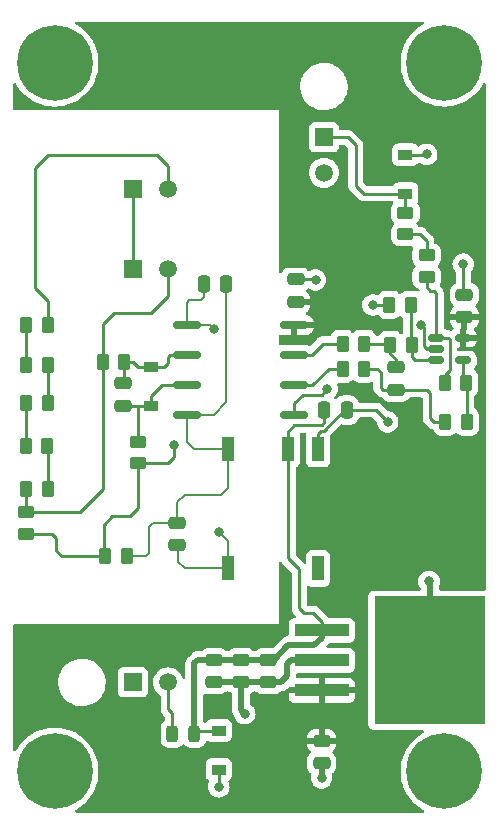
<source format=gbr>
%TF.GenerationSoftware,KiCad,Pcbnew,(6.0.0)*%
%TF.CreationDate,2023-03-29T21:01:20-06:00*%
%TF.ProjectId,isolated_voltage_and_current_sensor,69736f6c-6174-4656-945f-766f6c746167,1*%
%TF.SameCoordinates,Original*%
%TF.FileFunction,Copper,L1,Top*%
%TF.FilePolarity,Positive*%
%FSLAX46Y46*%
G04 Gerber Fmt 4.6, Leading zero omitted, Abs format (unit mm)*
G04 Created by KiCad (PCBNEW (6.0.0)) date 2023-03-29 21:01:20*
%MOMM*%
%LPD*%
G01*
G04 APERTURE LIST*
G04 Aperture macros list*
%AMRoundRect*
0 Rectangle with rounded corners*
0 $1 Rounding radius*
0 $2 $3 $4 $5 $6 $7 $8 $9 X,Y pos of 4 corners*
0 Add a 4 corners polygon primitive as box body*
4,1,4,$2,$3,$4,$5,$6,$7,$8,$9,$2,$3,0*
0 Add four circle primitives for the rounded corners*
1,1,$1+$1,$2,$3*
1,1,$1+$1,$4,$5*
1,1,$1+$1,$6,$7*
1,1,$1+$1,$8,$9*
0 Add four rect primitives between the rounded corners*
20,1,$1+$1,$2,$3,$4,$5,0*
20,1,$1+$1,$4,$5,$6,$7,0*
20,1,$1+$1,$6,$7,$8,$9,0*
20,1,$1+$1,$8,$9,$2,$3,0*%
G04 Aperture macros list end*
%TA.AperFunction,SMDPad,CuDef*%
%ADD10RoundRect,0.250000X0.450000X-0.262500X0.450000X0.262500X-0.450000X0.262500X-0.450000X-0.262500X0*%
%TD*%
%TA.AperFunction,SMDPad,CuDef*%
%ADD11RoundRect,0.250000X0.262500X0.450000X-0.262500X0.450000X-0.262500X-0.450000X0.262500X-0.450000X0*%
%TD*%
%TA.AperFunction,SMDPad,CuDef*%
%ADD12RoundRect,0.250000X-0.475000X0.250000X-0.475000X-0.250000X0.475000X-0.250000X0.475000X0.250000X0*%
%TD*%
%TA.AperFunction,SMDPad,CuDef*%
%ADD13R,4.600000X1.100000*%
%TD*%
%TA.AperFunction,SMDPad,CuDef*%
%ADD14R,9.400000X10.800000*%
%TD*%
%TA.AperFunction,ComponentPad*%
%ADD15R,1.520000X1.520000*%
%TD*%
%TA.AperFunction,ComponentPad*%
%ADD16C,1.520000*%
%TD*%
%TA.AperFunction,SMDPad,CuDef*%
%ADD17R,1.200000X0.900000*%
%TD*%
%TA.AperFunction,SMDPad,CuDef*%
%ADD18RoundRect,0.250000X-0.262500X-0.450000X0.262500X-0.450000X0.262500X0.450000X-0.262500X0.450000X0*%
%TD*%
%TA.AperFunction,SMDPad,CuDef*%
%ADD19RoundRect,0.150000X-0.512500X-0.150000X0.512500X-0.150000X0.512500X0.150000X-0.512500X0.150000X0*%
%TD*%
%TA.AperFunction,SMDPad,CuDef*%
%ADD20RoundRect,0.162500X-1.012500X-0.162500X1.012500X-0.162500X1.012500X0.162500X-1.012500X0.162500X0*%
%TD*%
%TA.AperFunction,ComponentPad*%
%ADD21C,0.800000*%
%TD*%
%TA.AperFunction,ComponentPad*%
%ADD22C,6.400000*%
%TD*%
%TA.AperFunction,SMDPad,CuDef*%
%ADD23RoundRect,0.250000X0.475000X-0.250000X0.475000X0.250000X-0.475000X0.250000X-0.475000X-0.250000X0*%
%TD*%
%TA.AperFunction,SMDPad,CuDef*%
%ADD24RoundRect,0.250000X-0.250000X-0.475000X0.250000X-0.475000X0.250000X0.475000X-0.250000X0.475000X0*%
%TD*%
%TA.AperFunction,SMDPad,CuDef*%
%ADD25R,1.000000X2.100000*%
%TD*%
%TA.AperFunction,SMDPad,CuDef*%
%ADD26RoundRect,0.243750X-0.243750X-0.456250X0.243750X-0.456250X0.243750X0.456250X-0.243750X0.456250X0*%
%TD*%
%TA.AperFunction,SMDPad,CuDef*%
%ADD27RoundRect,0.250000X-0.450000X0.262500X-0.450000X-0.262500X0.450000X-0.262500X0.450000X0.262500X0*%
%TD*%
%TA.AperFunction,ViaPad*%
%ADD28C,0.800000*%
%TD*%
%TA.AperFunction,Conductor*%
%ADD29C,0.250000*%
%TD*%
%TA.AperFunction,Conductor*%
%ADD30C,0.200000*%
%TD*%
%TA.AperFunction,Conductor*%
%ADD31C,0.500000*%
%TD*%
G04 APERTURE END LIST*
D10*
%TO.P,R9,1*%
%TO.N,Net-(R8-Pad2)*%
X152500000Y-80112500D03*
%TO.P,R9,2*%
%TO.N,Net-(R12-Pad1)*%
X152500000Y-78287500D03*
%TD*%
D11*
%TO.P,R15,1*%
%TO.N,Net-(J1-Pad2)*%
X120412500Y-84200000D03*
%TO.P,R15,2*%
%TO.N,Net-(R15-Pad2)*%
X118587500Y-84200000D03*
%TD*%
D12*
%TO.P,C5,1*%
%TO.N,+12V*%
X139100000Y-112560000D03*
%TO.P,C5,2*%
%TO.N,GND*%
X139100000Y-114460000D03*
%TD*%
D13*
%TO.P,U2,1,IN*%
%TO.N,+12V*%
X143625000Y-110060000D03*
D14*
%TO.P,U2,2,GND*%
%TO.N,GND*%
X152775000Y-112600000D03*
D13*
X143625000Y-112600000D03*
%TO.P,U2,3,OUT*%
%TO.N,+5V*%
X143625000Y-115140000D03*
%TD*%
D15*
%TO.P,J1,1,Pin_1*%
%TO.N,Net-(J1-Pad1)*%
X127610000Y-72710000D03*
D16*
%TO.P,J1,2,Pin_2*%
%TO.N,Net-(J1-Pad2)*%
X130610000Y-72710000D03*
%TD*%
D17*
%TO.P,D2,1,K*%
%TO.N,+12V*%
X134900000Y-118550000D03*
%TO.P,D2,2,A*%
%TO.N,GND*%
X134900000Y-121850000D03*
%TD*%
D18*
%TO.P,R6,1*%
%TO.N,Net-(C8-Pad2)*%
X154087500Y-92400000D03*
%TO.P,R6,2*%
%TO.N,Net-(R6-Pad2)*%
X155912500Y-92400000D03*
%TD*%
D12*
%TO.P,C3,1*%
%TO.N,+12V*%
X136800000Y-112560000D03*
%TO.P,C3,2*%
%TO.N,GND*%
X136800000Y-114460000D03*
%TD*%
D19*
%TO.P,U3,1*%
%TO.N,Net-(R8-Pad2)*%
X153302500Y-85300000D03*
%TO.P,U3,2,V-*%
%TO.N,GND*%
X153302500Y-86250000D03*
%TO.P,U3,3,+*%
%TO.N,Net-(R5-Pad2)*%
X153302500Y-87200000D03*
%TO.P,U3,4,-*%
%TO.N,Net-(R6-Pad2)*%
X155577500Y-87200000D03*
%TO.P,U3,5,V+*%
%TO.N,+5V*%
X155577500Y-85300000D03*
%TD*%
D20*
%TO.P,U1,1,V+*%
%TO.N,V_ISO+*%
X132225000Y-84190000D03*
%TO.P,U1,2,+*%
%TO.N,Net-(C1-Pad1)*%
X132225000Y-86730000D03*
%TO.P,U1,3,-*%
%TO.N,Net-(C1-Pad2)*%
X132225000Y-89270000D03*
%TO.P,U1,4,V-*%
%TO.N,V_ISO-*%
X132225000Y-91810000D03*
%TO.P,U1,5,V-*%
%TO.N,GND*%
X141275000Y-91810000D03*
%TO.P,U1,6,-*%
%TO.N,Net-(R3-Pad1)*%
X141275000Y-89270000D03*
%TO.P,U1,7,+*%
%TO.N,Net-(R4-Pad1)*%
X141275000Y-86730000D03*
%TO.P,U1,8,V+*%
%TO.N,+5V*%
X141275000Y-84190000D03*
%TD*%
D21*
%TO.P,H4,1,1*%
%TO.N,GND*%
X152302944Y-120302944D03*
X151600000Y-122000000D03*
X156400000Y-122000000D03*
X154000000Y-119600000D03*
X155697056Y-123697056D03*
X154000000Y-124400000D03*
D22*
X154000000Y-122000000D03*
D21*
X155697056Y-120302944D03*
X152302944Y-123697056D03*
%TD*%
D23*
%TO.P,C6,1*%
%TO.N,+5V*%
X141400000Y-82250000D03*
%TO.P,C6,2*%
%TO.N,GND*%
X141400000Y-80350000D03*
%TD*%
D24*
%TO.P,C4,1*%
%TO.N,V_ISO+*%
X133650000Y-80700000D03*
%TO.P,C4,2*%
%TO.N,V_ISO-*%
X135550000Y-80700000D03*
%TD*%
%TO.P,C9,1*%
%TO.N,+12V*%
X143850000Y-91400000D03*
%TO.P,C9,2*%
%TO.N,GND*%
X145750000Y-91400000D03*
%TD*%
D23*
%TO.P,C10,1*%
%TO.N,+5V*%
X155700000Y-83550000D03*
%TO.P,C10,2*%
%TO.N,GND*%
X155700000Y-81650000D03*
%TD*%
D12*
%TO.P,C8,1*%
%TO.N,Net-(C8-Pad1)*%
X149900000Y-87800000D03*
%TO.P,C8,2*%
%TO.N,Net-(C8-Pad2)*%
X149900000Y-89700000D03*
%TD*%
D21*
%TO.P,H3,1,1*%
%TO.N,GND*%
X123400000Y-122000000D03*
X119302944Y-123697056D03*
X118600000Y-122000000D03*
X121000000Y-119600000D03*
X119302944Y-120302944D03*
D22*
X121000000Y-122000000D03*
D21*
X122697056Y-123697056D03*
X122697056Y-120302944D03*
X121000000Y-124400000D03*
%TD*%
D15*
%TO.P,J4,1,Pin_1*%
%TO.N,Net-(J1-Pad1)*%
X127610000Y-79500000D03*
D16*
%TO.P,J4,2,Pin_2*%
%TO.N,Net-(J4-Pad2)*%
X130610000Y-79500000D03*
%TD*%
D18*
%TO.P,R16,1*%
%TO.N,Net-(R15-Pad2)*%
X118587500Y-87562500D03*
%TO.P,R16,2*%
%TO.N,Net-(R13-Pad1)*%
X120412500Y-87562500D03*
%TD*%
D21*
%TO.P,H1,1,1*%
%TO.N,GND*%
X119302944Y-60302944D03*
X123400000Y-62000000D03*
X122697056Y-63697056D03*
D22*
X121000000Y-62000000D03*
D21*
X119302944Y-63697056D03*
X118600000Y-62000000D03*
X121000000Y-59600000D03*
X122697056Y-60302944D03*
X121000000Y-64400000D03*
%TD*%
D18*
%TO.P,R14,1*%
%TO.N,Net-(R13-Pad2)*%
X118562500Y-94450000D03*
%TO.P,R14,2*%
%TO.N,Net-(R1-Pad1)*%
X120387500Y-94450000D03*
%TD*%
D25*
%TO.P,PS1,1,GND*%
%TO.N,GND*%
X143310000Y-94700000D03*
%TO.P,PS1,2,VIN*%
%TO.N,+12V*%
X140770000Y-94700000D03*
%TO.P,PS1,4,0V*%
%TO.N,V_ISO-*%
X135690000Y-94700000D03*
%TO.P,PS1,5,+VOUT*%
%TO.N,V_ISO+*%
X135690000Y-104800000D03*
%TO.P,PS1,8*%
%TO.N,N/C*%
X143310000Y-104800000D03*
%TD*%
D18*
%TO.P,R5,1*%
%TO.N,Net-(C8-Pad1)*%
X149427500Y-85890000D03*
%TO.P,R5,2*%
%TO.N,Net-(R5-Pad2)*%
X151252500Y-85890000D03*
%TD*%
D11*
%TO.P,R7,1*%
%TO.N,Net-(R5-Pad2)*%
X151162500Y-82500000D03*
%TO.P,R7,2*%
%TO.N,GND*%
X149337500Y-82500000D03*
%TD*%
D18*
%TO.P,R17,1*%
%TO.N,Net-(J1-Pad1)*%
X125287500Y-103800000D03*
%TO.P,R17,2*%
%TO.N,V_ISO-*%
X127112500Y-103800000D03*
%TD*%
D11*
%TO.P,R8,1*%
%TO.N,Net-(R6-Pad2)*%
X155852500Y-89090000D03*
%TO.P,R8,2*%
%TO.N,Net-(R8-Pad2)*%
X154027500Y-89090000D03*
%TD*%
D17*
%TO.P,D3,1,K*%
%TO.N,Net-(D3-Pad1)*%
X150700000Y-73090000D03*
%TO.P,D3,2,A*%
%TO.N,GND*%
X150700000Y-69790000D03*
%TD*%
D18*
%TO.P,R4,1*%
%TO.N,Net-(R4-Pad1)*%
X145375000Y-85800000D03*
%TO.P,R4,2*%
%TO.N,Net-(C8-Pad1)*%
X147200000Y-85800000D03*
%TD*%
%TO.P,R10,1*%
%TO.N,Net-(J4-Pad2)*%
X125087500Y-87300000D03*
%TO.P,R10,2*%
%TO.N,Net-(C1-Pad1)*%
X126912500Y-87300000D03*
%TD*%
D10*
%TO.P,R12,1*%
%TO.N,Net-(R12-Pad1)*%
X150700000Y-76512500D03*
%TO.P,R12,2*%
%TO.N,Net-(D3-Pad1)*%
X150700000Y-74687500D03*
%TD*%
D18*
%TO.P,R3,1*%
%TO.N,Net-(R3-Pad1)*%
X145375000Y-87900000D03*
%TO.P,R3,2*%
%TO.N,Net-(C8-Pad2)*%
X147200000Y-87900000D03*
%TD*%
D12*
%TO.P,C2,1*%
%TO.N,+12V*%
X134500000Y-112560000D03*
%TO.P,C2,2*%
%TO.N,GND*%
X134500000Y-114460000D03*
%TD*%
%TO.P,C1,1*%
%TO.N,Net-(C1-Pad1)*%
X126800000Y-89150000D03*
%TO.P,C1,2*%
%TO.N,Net-(C1-Pad2)*%
X126800000Y-91050000D03*
%TD*%
D26*
%TO.P,F1,1*%
%TO.N,Net-(F1-Pad1)*%
X130962500Y-118800000D03*
%TO.P,F1,2*%
%TO.N,+12V*%
X132837500Y-118800000D03*
%TD*%
D15*
%TO.P,J3,1,Pin_1*%
%TO.N,Net-(D3-Pad1)*%
X143800000Y-68310000D03*
D16*
%TO.P,J3,2,Pin_2*%
%TO.N,GND*%
X143800000Y-71310000D03*
%TD*%
D17*
%TO.P,D1,1,K*%
%TO.N,Net-(C1-Pad1)*%
X129200000Y-87750000D03*
%TO.P,D1,2,A*%
%TO.N,Net-(C1-Pad2)*%
X129200000Y-91050000D03*
%TD*%
D11*
%TO.P,R1,1*%
%TO.N,Net-(R1-Pad1)*%
X120400000Y-98100000D03*
%TO.P,R1,2*%
%TO.N,Net-(J4-Pad2)*%
X118575000Y-98100000D03*
%TD*%
D10*
%TO.P,R11,1*%
%TO.N,Net-(J1-Pad1)*%
X128100000Y-95912500D03*
%TO.P,R11,2*%
%TO.N,Net-(C1-Pad2)*%
X128100000Y-94087500D03*
%TD*%
D27*
%TO.P,R2,1*%
%TO.N,Net-(J4-Pad2)*%
X118575000Y-100037500D03*
%TO.P,R2,2*%
%TO.N,Net-(J1-Pad1)*%
X118575000Y-101862500D03*
%TD*%
D23*
%TO.P,C11,1*%
%TO.N,V_ISO+*%
X131400000Y-102850000D03*
%TO.P,C11,2*%
%TO.N,V_ISO-*%
X131400000Y-100950000D03*
%TD*%
D21*
%TO.P,H2,1,1*%
%TO.N,GND*%
X152302944Y-63697056D03*
D22*
X154000000Y-62000000D03*
D21*
X151600000Y-62000000D03*
X154000000Y-64400000D03*
X152302944Y-60302944D03*
X155697056Y-63697056D03*
X154000000Y-59600000D03*
X155697056Y-60302944D03*
X156400000Y-62000000D03*
%TD*%
D12*
%TO.P,C7,1*%
%TO.N,+5V*%
X143600000Y-119400000D03*
%TO.P,C7,2*%
%TO.N,GND*%
X143600000Y-121300000D03*
%TD*%
D11*
%TO.P,R13,1*%
%TO.N,Net-(R13-Pad1)*%
X120400000Y-90800000D03*
%TO.P,R13,2*%
%TO.N,Net-(R13-Pad2)*%
X118575000Y-90800000D03*
%TD*%
D15*
%TO.P,J2,1,Pin_1*%
%TO.N,GND*%
X127610000Y-114460000D03*
D16*
%TO.P,J2,2,Pin_2*%
%TO.N,Net-(F1-Pad1)*%
X130610000Y-114460000D03*
%TD*%
D28*
%TO.N,GND*%
X152040000Y-84190000D03*
X144100000Y-89600000D03*
X143100000Y-80390000D03*
X137100000Y-117100000D03*
X149200000Y-92400000D03*
X152500000Y-69750000D03*
X134900000Y-123300000D03*
X143600000Y-122550000D03*
X147950000Y-82500000D03*
X152700000Y-105900000D03*
X155600000Y-79040000D03*
%TO.N,V_ISO+*%
X134500000Y-84500000D03*
X134900000Y-101700000D03*
%TO.N,Net-(J1-Pad1)*%
X131100000Y-94400000D03*
%TD*%
D29*
%TO.N,Net-(C1-Pad1)*%
X130600000Y-87400000D02*
X130600000Y-86900000D01*
X126912500Y-87300000D02*
X126912500Y-89037500D01*
X127600000Y-87300000D02*
X128050000Y-87750000D01*
X130600000Y-86900000D02*
X130770000Y-86730000D01*
X129200000Y-87750000D02*
X130250000Y-87750000D01*
X130770000Y-86730000D02*
X132225000Y-86730000D01*
X126912500Y-87300000D02*
X127600000Y-87300000D01*
X128050000Y-87750000D02*
X129200000Y-87750000D01*
X130250000Y-87750000D02*
X130600000Y-87400000D01*
D30*
%TO.N,V_ISO-*%
X132000000Y-98600000D02*
X135100000Y-98600000D01*
X135690000Y-97990000D02*
X135690000Y-94700000D01*
X134490000Y-91810000D02*
X132225000Y-91810000D01*
X135100000Y-98600000D02*
X135700000Y-98000000D01*
X132450000Y-94350000D02*
X132200000Y-94100000D01*
X132200000Y-94100000D02*
X132200000Y-91835000D01*
X135690000Y-94700000D02*
X132800000Y-94700000D01*
X135550000Y-80700000D02*
X135550000Y-90750000D01*
X129000000Y-101300000D02*
X129000000Y-103500000D01*
X128700000Y-103800000D02*
X127112500Y-103800000D01*
X131400000Y-100950000D02*
X129350000Y-100950000D01*
X135550000Y-90750000D02*
X134490000Y-91810000D01*
X129350000Y-100950000D02*
X129000000Y-101300000D01*
X132800000Y-94700000D02*
X132450000Y-94350000D01*
X129000000Y-103500000D02*
X128700000Y-103800000D01*
X135700000Y-98000000D02*
X135690000Y-97990000D01*
X131400000Y-99200000D02*
X132000000Y-98600000D01*
X131400000Y-100950000D02*
X131400000Y-99200000D01*
D29*
%TO.N,+12V*%
X143625000Y-109325000D02*
X143625000Y-110060000D01*
X140770000Y-94700000D02*
X140770000Y-103970000D01*
X141300000Y-92700000D02*
X143600000Y-92700000D01*
D31*
X133140000Y-112560000D02*
X132837500Y-112862500D01*
X134500000Y-112560000D02*
X133140000Y-112560000D01*
D29*
X140770000Y-103970000D02*
X141700000Y-104900000D01*
X140770000Y-93230000D02*
X141300000Y-92700000D01*
D31*
X140800000Y-111300000D02*
X143000000Y-111300000D01*
X136800000Y-112560000D02*
X139100000Y-112560000D01*
X136800000Y-112560000D02*
X134500000Y-112560000D01*
D29*
X134900000Y-118550000D02*
X133087500Y-118550000D01*
X142900000Y-108600000D02*
X143625000Y-109325000D01*
D31*
X143000000Y-111300000D02*
X143625000Y-110675000D01*
D29*
X140770000Y-94700000D02*
X140770000Y-93230000D01*
X141700000Y-104900000D02*
X141700000Y-108200000D01*
D31*
X139540000Y-112560000D02*
X140800000Y-111300000D01*
X132837500Y-112862500D02*
X132837500Y-118800000D01*
D29*
X141700000Y-108200000D02*
X142100000Y-108600000D01*
X143600000Y-92700000D02*
X143850000Y-92450000D01*
X142100000Y-108600000D02*
X142900000Y-108600000D01*
D31*
X143625000Y-110675000D02*
X143625000Y-110060000D01*
D29*
X143850000Y-92450000D02*
X143850000Y-91400000D01*
D31*
%TO.N,GND*%
X136800000Y-114460000D02*
X136800000Y-116800000D01*
D29*
X143550489Y-93149511D02*
X143310000Y-93390000D01*
X152240000Y-85990000D02*
X152240000Y-84390000D01*
D31*
X140700000Y-112900000D02*
X141000000Y-112600000D01*
D29*
X142000000Y-90100000D02*
X143600000Y-90100000D01*
X155600000Y-79040000D02*
X155600000Y-81550000D01*
D31*
X152775000Y-112600000D02*
X152775000Y-105975000D01*
D29*
X143786193Y-93149511D02*
X143550489Y-93149511D01*
X145535704Y-91400000D02*
X143786193Y-93149511D01*
X152240000Y-84390000D02*
X152040000Y-84190000D01*
D31*
X136800000Y-114460000D02*
X139100000Y-114460000D01*
D29*
X145750000Y-91400000D02*
X148200000Y-91400000D01*
X149337500Y-82500000D02*
X147950000Y-82500000D01*
D31*
X136800000Y-116800000D02*
X137100000Y-117100000D01*
D29*
X143060000Y-80350000D02*
X143100000Y-80390000D01*
X150700000Y-69790000D02*
X152460000Y-69790000D01*
X143310000Y-93390000D02*
X143310000Y-94700000D01*
D31*
X140700000Y-113900000D02*
X140700000Y-112900000D01*
D29*
X153302500Y-86250000D02*
X152500000Y-86250000D01*
D31*
X152775000Y-105975000D02*
X152700000Y-105900000D01*
X134500000Y-114460000D02*
X136800000Y-114460000D01*
X140140000Y-114460000D02*
X140700000Y-113900000D01*
D29*
X152500000Y-86250000D02*
X152240000Y-85990000D01*
D31*
X139100000Y-114460000D02*
X140140000Y-114460000D01*
D29*
X141275000Y-90825000D02*
X142000000Y-90100000D01*
D31*
X141000000Y-112600000D02*
X143625000Y-112600000D01*
D29*
X148200000Y-91400000D02*
X149200000Y-92400000D01*
X143600000Y-90100000D02*
X144100000Y-89600000D01*
D31*
X143600000Y-121300000D02*
X143600000Y-122550000D01*
D29*
X141400000Y-80350000D02*
X143060000Y-80350000D01*
X152460000Y-69790000D02*
X152500000Y-69750000D01*
X134900000Y-123300000D02*
X134900000Y-121850000D01*
X141275000Y-91810000D02*
X141275000Y-90825000D01*
D30*
%TO.N,V_ISO+*%
X132200000Y-84165000D02*
X132200000Y-82300000D01*
X131450000Y-102900000D02*
X131400000Y-102850000D01*
X132400000Y-82100000D02*
X133400000Y-82100000D01*
X132225000Y-84190000D02*
X132200000Y-84165000D01*
X132000000Y-104800000D02*
X135690000Y-104800000D01*
X134900000Y-101700000D02*
X135690000Y-102490000D01*
X132225000Y-84190000D02*
X134190000Y-84190000D01*
X133650000Y-81850000D02*
X133650000Y-80700000D01*
X132200000Y-82300000D02*
X132400000Y-82100000D01*
X134190000Y-84190000D02*
X134500000Y-84500000D01*
X135690000Y-102490000D02*
X135690000Y-104800000D01*
X133400000Y-82100000D02*
X133650000Y-81850000D01*
X131450000Y-104250000D02*
X131450000Y-102900000D01*
X131450000Y-104250000D02*
X132000000Y-104800000D01*
D29*
%TO.N,Net-(C8-Pad1)*%
X149900000Y-87100000D02*
X149900000Y-87800000D01*
X149427500Y-85890000D02*
X149427500Y-86627500D01*
X147200000Y-85800000D02*
X149337500Y-85800000D01*
X149427500Y-86627500D02*
X149900000Y-87100000D01*
%TO.N,Net-(C8-Pad2)*%
X152800000Y-90000000D02*
X152800000Y-92100000D01*
X153100000Y-92400000D02*
X154087500Y-92400000D01*
X148800000Y-89700000D02*
X149900000Y-89700000D01*
X148300000Y-87900000D02*
X148600000Y-88200000D01*
X152800000Y-92100000D02*
X153100000Y-92400000D01*
X148600000Y-89500000D02*
X148800000Y-89700000D01*
X147200000Y-87900000D02*
X148300000Y-87900000D01*
X148600000Y-88200000D02*
X148600000Y-89500000D01*
X152500000Y-89700000D02*
X152800000Y-90000000D01*
X149900000Y-89700000D02*
X152500000Y-89700000D01*
%TO.N,Net-(D3-Pad1)*%
X143800000Y-68310000D02*
X145810000Y-68310000D01*
X146500000Y-72400000D02*
X147190000Y-73090000D01*
X145810000Y-68310000D02*
X146500000Y-69000000D01*
X150700000Y-73090000D02*
X150700000Y-74687500D01*
X147190000Y-73090000D02*
X150700000Y-73090000D01*
X146500000Y-69000000D02*
X146500000Y-72400000D01*
%TO.N,Net-(F1-Pad1)*%
X130610000Y-114460000D02*
X130610000Y-116710000D01*
X130962500Y-117062500D02*
X130962500Y-118800000D01*
X130610000Y-116710000D02*
X130962500Y-117062500D01*
%TO.N,Net-(J1-Pad2)*%
X120400000Y-69800000D02*
X129700000Y-69800000D01*
X130610000Y-70710000D02*
X130610000Y-72710000D01*
X129700000Y-69800000D02*
X130610000Y-70710000D01*
X120412500Y-84200000D02*
X120412500Y-82212500D01*
X119300000Y-70900000D02*
X120400000Y-69800000D01*
X120412500Y-82212500D02*
X119300000Y-81100000D01*
X119300000Y-81100000D02*
X119300000Y-70900000D01*
%TO.N,Net-(R3-Pad1)*%
X141275000Y-89270000D02*
X142830000Y-89270000D01*
X144200000Y-87900000D02*
X145375000Y-87900000D01*
X142830000Y-89270000D02*
X144200000Y-87900000D01*
%TO.N,Net-(R4-Pad1)*%
X141275000Y-86730000D02*
X142770000Y-86730000D01*
X142770000Y-86730000D02*
X143700000Y-85800000D01*
X143700000Y-85800000D02*
X145375000Y-85800000D01*
%TO.N,Net-(R5-Pad2)*%
X151162500Y-82500000D02*
X151162500Y-85800000D01*
X151252500Y-85890000D02*
X151252500Y-86902500D01*
X151550000Y-87200000D02*
X153302500Y-87200000D01*
X151252500Y-86902500D02*
X151550000Y-87200000D01*
%TO.N,Net-(R6-Pad2)*%
X155577500Y-87200000D02*
X155577500Y-88815000D01*
X155912500Y-92400000D02*
X155912500Y-89150000D01*
%TO.N,Net-(R8-Pad2)*%
X154440000Y-87990000D02*
X154440000Y-85390000D01*
X154340000Y-85290000D02*
X153312500Y-85290000D01*
X152800000Y-81300000D02*
X153100000Y-81300000D01*
X152500000Y-80112500D02*
X152500000Y-81000000D01*
X154027500Y-88402500D02*
X154440000Y-87990000D01*
X153302500Y-81502500D02*
X153302500Y-85300000D01*
X152500000Y-81000000D02*
X152800000Y-81300000D01*
X154440000Y-85390000D02*
X154340000Y-85290000D01*
X153100000Y-81300000D02*
X153302500Y-81502500D01*
X154027500Y-89090000D02*
X154027500Y-88402500D01*
%TO.N,Net-(J4-Pad2)*%
X123162500Y-100037500D02*
X125087500Y-98112500D01*
X130610000Y-81790000D02*
X130610000Y-80690000D01*
X118575000Y-100037500D02*
X118575000Y-98100000D01*
X126000000Y-83200000D02*
X129200000Y-83200000D01*
X125087500Y-84112500D02*
X126000000Y-83200000D01*
X125087500Y-87300000D02*
X125087500Y-84112500D01*
X129200000Y-83200000D02*
X130610000Y-81790000D01*
X118575000Y-100037500D02*
X123162500Y-100037500D01*
X125087500Y-98112500D02*
X125087500Y-87300000D01*
X130610000Y-80690000D02*
X130610000Y-79500000D01*
%TO.N,Net-(J1-Pad1)*%
X120762500Y-101862500D02*
X121100000Y-102200000D01*
X128100000Y-99700000D02*
X127400000Y-100400000D01*
X127400000Y-100400000D02*
X125900000Y-100400000D01*
X130587500Y-95912500D02*
X128100000Y-95912500D01*
X131100000Y-95400000D02*
X130587500Y-95912500D01*
X125200000Y-101100000D02*
X125200000Y-103712500D01*
X125200000Y-103712500D02*
X125287500Y-103800000D01*
X125900000Y-100400000D02*
X125200000Y-101100000D01*
X127610000Y-72710000D02*
X127610000Y-79500000D01*
X121100000Y-102200000D02*
X121100000Y-103300000D01*
X121100000Y-103300000D02*
X121600000Y-103800000D01*
X121600000Y-103800000D02*
X125287500Y-103800000D01*
X118575000Y-101862500D02*
X120762500Y-101862500D01*
X128100000Y-95912500D02*
X128100000Y-99700000D01*
X131100000Y-94400000D02*
X131100000Y-95400000D01*
%TO.N,Net-(R12-Pad1)*%
X152500000Y-77100000D02*
X152500000Y-78287500D01*
X150700000Y-76512500D02*
X151912500Y-76512500D01*
X151912500Y-76512500D02*
X152500000Y-77100000D01*
%TO.N,Net-(R1-Pad1)*%
X120400000Y-94462500D02*
X120387500Y-94450000D01*
X120400000Y-98100000D02*
X120400000Y-94462500D01*
%TO.N,Net-(R13-Pad2)*%
X118562500Y-90812500D02*
X118575000Y-90800000D01*
X118562500Y-94450000D02*
X118562500Y-90812500D01*
%TO.N,Net-(C1-Pad2)*%
X128100000Y-94087500D02*
X128100000Y-91100000D01*
X132225000Y-89270000D02*
X130130000Y-89270000D01*
X126800000Y-91050000D02*
X128050000Y-91050000D01*
X129200000Y-90200000D02*
X129200000Y-91050000D01*
X130130000Y-89270000D02*
X129200000Y-90200000D01*
X128050000Y-91050000D02*
X129200000Y-91050000D01*
X128100000Y-91100000D02*
X128050000Y-91050000D01*
%TO.N,Net-(R13-Pad1)*%
X120400000Y-87575000D02*
X120412500Y-87562500D01*
X120400000Y-90800000D02*
X120400000Y-87575000D01*
%TO.N,Net-(R15-Pad2)*%
X118587500Y-87562500D02*
X118587500Y-84200000D01*
%TD*%
%TA.AperFunction,Conductor*%
%TO.N,+5V*%
G36*
X152228057Y-58528002D02*
G01*
X152274550Y-58581658D01*
X152284654Y-58651932D01*
X152255160Y-58716512D01*
X152217138Y-58746267D01*
X152143206Y-58783938D01*
X151817207Y-58995643D01*
X151515124Y-59240266D01*
X151240266Y-59515124D01*
X150995643Y-59817207D01*
X150783938Y-60143206D01*
X150782443Y-60146140D01*
X150782439Y-60146147D01*
X150711866Y-60284654D01*
X150607468Y-60489547D01*
X150468167Y-60852438D01*
X150367562Y-61227901D01*
X150306754Y-61611824D01*
X150286411Y-62000000D01*
X150306754Y-62388176D01*
X150307267Y-62391416D01*
X150307268Y-62391424D01*
X150333787Y-62558856D01*
X150367562Y-62772099D01*
X150468167Y-63147562D01*
X150607468Y-63510453D01*
X150608966Y-63513393D01*
X150782439Y-63853852D01*
X150783938Y-63856794D01*
X150785734Y-63859560D01*
X150785736Y-63859563D01*
X150837799Y-63939733D01*
X150995643Y-64182793D01*
X150997718Y-64185355D01*
X151138839Y-64359624D01*
X151240266Y-64484876D01*
X151515124Y-64759734D01*
X151817207Y-65004357D01*
X151819970Y-65006152D01*
X151819971Y-65006152D01*
X151841830Y-65020347D01*
X152143205Y-65216062D01*
X152146139Y-65217557D01*
X152146146Y-65217561D01*
X152486607Y-65391034D01*
X152489547Y-65392532D01*
X152852438Y-65531833D01*
X153227901Y-65632438D01*
X153431793Y-65664732D01*
X153608576Y-65692732D01*
X153608584Y-65692733D01*
X153611824Y-65693246D01*
X154000000Y-65713589D01*
X154388176Y-65693246D01*
X154391416Y-65692733D01*
X154391424Y-65692732D01*
X154568207Y-65664732D01*
X154772099Y-65632438D01*
X155147562Y-65531833D01*
X155510453Y-65392532D01*
X155513393Y-65391034D01*
X155853854Y-65217561D01*
X155853861Y-65217557D01*
X155856795Y-65216062D01*
X156158171Y-65020347D01*
X156180029Y-65006152D01*
X156180030Y-65006152D01*
X156182793Y-65004357D01*
X156484876Y-64759734D01*
X156759734Y-64484876D01*
X156861162Y-64359624D01*
X157002282Y-64185355D01*
X157004357Y-64182793D01*
X157162201Y-63939733D01*
X157214264Y-63859563D01*
X157214266Y-63859560D01*
X157216062Y-63856794D01*
X157242993Y-63803939D01*
X157253733Y-63782861D01*
X157302482Y-63731246D01*
X157371397Y-63714180D01*
X157438598Y-63737081D01*
X157482750Y-63792679D01*
X157492000Y-63840064D01*
X157492000Y-106565500D01*
X157471998Y-106633621D01*
X157418342Y-106680114D01*
X157366000Y-106691500D01*
X153659500Y-106691500D01*
X153591379Y-106671498D01*
X153544886Y-106617842D01*
X153533500Y-106565500D01*
X153533500Y-106294673D01*
X153539667Y-106255737D01*
X153591502Y-106096206D01*
X153593542Y-106089928D01*
X153613504Y-105900000D01*
X153593542Y-105710072D01*
X153534527Y-105528444D01*
X153439040Y-105363056D01*
X153410649Y-105331524D01*
X153315675Y-105226045D01*
X153315674Y-105226044D01*
X153311253Y-105221134D01*
X153156752Y-105108882D01*
X153150724Y-105106198D01*
X153150722Y-105106197D01*
X152988319Y-105033891D01*
X152988318Y-105033891D01*
X152982288Y-105031206D01*
X152888888Y-105011353D01*
X152801944Y-104992872D01*
X152801939Y-104992872D01*
X152795487Y-104991500D01*
X152604513Y-104991500D01*
X152598061Y-104992872D01*
X152598056Y-104992872D01*
X152511113Y-105011353D01*
X152417712Y-105031206D01*
X152411682Y-105033891D01*
X152411681Y-105033891D01*
X152249278Y-105106197D01*
X152249276Y-105106198D01*
X152243248Y-105108882D01*
X152088747Y-105221134D01*
X152084326Y-105226044D01*
X152084325Y-105226045D01*
X151989352Y-105331524D01*
X151960960Y-105363056D01*
X151865473Y-105528444D01*
X151806458Y-105710072D01*
X151786496Y-105900000D01*
X151806458Y-106089928D01*
X151865473Y-106271556D01*
X151868776Y-106277278D01*
X151868777Y-106277279D01*
X151910169Y-106348971D01*
X151960960Y-106436944D01*
X151965380Y-106441853D01*
X151965383Y-106441857D01*
X151984135Y-106462683D01*
X152014853Y-106526690D01*
X152016500Y-106546994D01*
X152016500Y-106565500D01*
X151996498Y-106633621D01*
X151942842Y-106680114D01*
X151890500Y-106691500D01*
X148026866Y-106691500D01*
X147964684Y-106698255D01*
X147828295Y-106749385D01*
X147711739Y-106836739D01*
X147624385Y-106953295D01*
X147573255Y-107089684D01*
X147566500Y-107151866D01*
X147566500Y-118048134D01*
X147573255Y-118110316D01*
X147624385Y-118246705D01*
X147711739Y-118363261D01*
X147828295Y-118450615D01*
X147964684Y-118501745D01*
X148026866Y-118508500D01*
X152158955Y-118508500D01*
X152227076Y-118528502D01*
X152273569Y-118582158D01*
X152283673Y-118652432D01*
X152254179Y-118717012D01*
X152216158Y-118746767D01*
X152146147Y-118782439D01*
X152146140Y-118782443D01*
X152143206Y-118783938D01*
X152140440Y-118785734D01*
X152140437Y-118785736D01*
X152085761Y-118821243D01*
X151817207Y-118995643D01*
X151692800Y-119096386D01*
X151559499Y-119204332D01*
X151515124Y-119240266D01*
X151240266Y-119515124D01*
X151238194Y-119517682D01*
X151238191Y-119517686D01*
X151185656Y-119582561D01*
X150995643Y-119817207D01*
X150993848Y-119819970D01*
X150993848Y-119819971D01*
X150871417Y-120008500D01*
X150783938Y-120143206D01*
X150782443Y-120146140D01*
X150782439Y-120146147D01*
X150628423Y-120448421D01*
X150607468Y-120489547D01*
X150468167Y-120852438D01*
X150367562Y-121227901D01*
X150335268Y-121431793D01*
X150308049Y-121603650D01*
X150306754Y-121611824D01*
X150286411Y-122000000D01*
X150306754Y-122388176D01*
X150307267Y-122391416D01*
X150307268Y-122391424D01*
X150330531Y-122538297D01*
X150367562Y-122772099D01*
X150468167Y-123147562D01*
X150469352Y-123150650D01*
X150469353Y-123150652D01*
X150499377Y-123228866D01*
X150607468Y-123510453D01*
X150608966Y-123513393D01*
X150782439Y-123853852D01*
X150783938Y-123856794D01*
X150785734Y-123859560D01*
X150785736Y-123859563D01*
X150984808Y-124166109D01*
X150995643Y-124182793D01*
X151240266Y-124484876D01*
X151515124Y-124759734D01*
X151817207Y-125004357D01*
X152143205Y-125216062D01*
X152146148Y-125217562D01*
X152146154Y-125217565D01*
X152217138Y-125253733D01*
X152268754Y-125302481D01*
X152285820Y-125371396D01*
X152262919Y-125438598D01*
X152207322Y-125482750D01*
X152159936Y-125492000D01*
X122840064Y-125492000D01*
X122771943Y-125471998D01*
X122725450Y-125418342D01*
X122715346Y-125348068D01*
X122744840Y-125283488D01*
X122782862Y-125253733D01*
X122853846Y-125217565D01*
X122853852Y-125217562D01*
X122856795Y-125216062D01*
X123182793Y-125004357D01*
X123484876Y-124759734D01*
X123759734Y-124484876D01*
X124004357Y-124182793D01*
X124015192Y-124166109D01*
X124214264Y-123859563D01*
X124214266Y-123859560D01*
X124216062Y-123856794D01*
X124217562Y-123853852D01*
X124391034Y-123513393D01*
X124392532Y-123510453D01*
X124500623Y-123228866D01*
X124530647Y-123150652D01*
X124530648Y-123150650D01*
X124531833Y-123147562D01*
X124632438Y-122772099D01*
X124669469Y-122538297D01*
X124692732Y-122391424D01*
X124692733Y-122391416D01*
X124693246Y-122388176D01*
X124695344Y-122348134D01*
X133791500Y-122348134D01*
X133798255Y-122410316D01*
X133849385Y-122546705D01*
X133936739Y-122663261D01*
X134039036Y-122739928D01*
X134044018Y-122743662D01*
X134086533Y-122800521D01*
X134091559Y-122871340D01*
X134077572Y-122907488D01*
X134065473Y-122928444D01*
X134006458Y-123110072D01*
X134005768Y-123116633D01*
X134005768Y-123116635D01*
X133993972Y-123228866D01*
X133986496Y-123300000D01*
X133987186Y-123306565D01*
X134003011Y-123457128D01*
X134006458Y-123489928D01*
X134065473Y-123671556D01*
X134160960Y-123836944D01*
X134288747Y-123978866D01*
X134443248Y-124091118D01*
X134449276Y-124093802D01*
X134449278Y-124093803D01*
X134611681Y-124166109D01*
X134617712Y-124168794D01*
X134683572Y-124182793D01*
X134798056Y-124207128D01*
X134798061Y-124207128D01*
X134804513Y-124208500D01*
X134995487Y-124208500D01*
X135001939Y-124207128D01*
X135001944Y-124207128D01*
X135116428Y-124182793D01*
X135182288Y-124168794D01*
X135188319Y-124166109D01*
X135350722Y-124093803D01*
X135350724Y-124093802D01*
X135356752Y-124091118D01*
X135511253Y-123978866D01*
X135639040Y-123836944D01*
X135734527Y-123671556D01*
X135793542Y-123489928D01*
X135796990Y-123457128D01*
X135812814Y-123306565D01*
X135813504Y-123300000D01*
X135806028Y-123228866D01*
X135794232Y-123116635D01*
X135794232Y-123116633D01*
X135793542Y-123110072D01*
X135734527Y-122928444D01*
X135722428Y-122907488D01*
X135705690Y-122838493D01*
X135728910Y-122771401D01*
X135755982Y-122743662D01*
X135760965Y-122739928D01*
X135863261Y-122663261D01*
X135950615Y-122546705D01*
X136001745Y-122410316D01*
X136008500Y-122348134D01*
X136008500Y-121600400D01*
X142366500Y-121600400D01*
X142366837Y-121603646D01*
X142366837Y-121603650D01*
X142368027Y-121615114D01*
X142377474Y-121706166D01*
X142433450Y-121873946D01*
X142526522Y-122024348D01*
X142651697Y-122149305D01*
X142657927Y-122153145D01*
X142657928Y-122153146D01*
X142670048Y-122160617D01*
X142717540Y-122213391D01*
X142728962Y-122283462D01*
X142723763Y-122306812D01*
X142706458Y-122360072D01*
X142705768Y-122366633D01*
X142705768Y-122366635D01*
X142687726Y-122538297D01*
X142686496Y-122550000D01*
X142687186Y-122556565D01*
X142698966Y-122668642D01*
X142706458Y-122739928D01*
X142765473Y-122921556D01*
X142860960Y-123086944D01*
X142865378Y-123091851D01*
X142865379Y-123091852D01*
X142918323Y-123150652D01*
X142988747Y-123228866D01*
X143143248Y-123341118D01*
X143149276Y-123343802D01*
X143149278Y-123343803D01*
X143311681Y-123416109D01*
X143317712Y-123418794D01*
X143411112Y-123438647D01*
X143498056Y-123457128D01*
X143498061Y-123457128D01*
X143504513Y-123458500D01*
X143695487Y-123458500D01*
X143701939Y-123457128D01*
X143701944Y-123457128D01*
X143788888Y-123438647D01*
X143882288Y-123418794D01*
X143888319Y-123416109D01*
X144050722Y-123343803D01*
X144050724Y-123343802D01*
X144056752Y-123341118D01*
X144211253Y-123228866D01*
X144281677Y-123150652D01*
X144334621Y-123091852D01*
X144334622Y-123091851D01*
X144339040Y-123086944D01*
X144434527Y-122921556D01*
X144493542Y-122739928D01*
X144501035Y-122668642D01*
X144512814Y-122556565D01*
X144513504Y-122550000D01*
X144512274Y-122538297D01*
X144494233Y-122366642D01*
X144494232Y-122366635D01*
X144493542Y-122360072D01*
X144490767Y-122351531D01*
X144476200Y-122306698D01*
X144474172Y-122235731D01*
X144510835Y-122174933D01*
X144529730Y-122160618D01*
X144543120Y-122152332D01*
X144549348Y-122148478D01*
X144674305Y-122023303D01*
X144678146Y-122017072D01*
X144763275Y-121878968D01*
X144763276Y-121878966D01*
X144767115Y-121872738D01*
X144822797Y-121704861D01*
X144833500Y-121600400D01*
X144833500Y-120999600D01*
X144822526Y-120893834D01*
X144766550Y-120726054D01*
X144673478Y-120575652D01*
X144548303Y-120450695D01*
X144543765Y-120447898D01*
X144503176Y-120390647D01*
X144499946Y-120319724D01*
X144535572Y-120258313D01*
X144544068Y-120250938D01*
X144554207Y-120242902D01*
X144668739Y-120128171D01*
X144677751Y-120116760D01*
X144762816Y-119978757D01*
X144768963Y-119965576D01*
X144820138Y-119811290D01*
X144823005Y-119797914D01*
X144832672Y-119703562D01*
X144833000Y-119697146D01*
X144833000Y-119672115D01*
X144828525Y-119656876D01*
X144827135Y-119655671D01*
X144819452Y-119654000D01*
X142385116Y-119654000D01*
X142369877Y-119658475D01*
X142368672Y-119659865D01*
X142367001Y-119667548D01*
X142367001Y-119697095D01*
X142367338Y-119703614D01*
X142377257Y-119799206D01*
X142380149Y-119812600D01*
X142431588Y-119966784D01*
X142437761Y-119979962D01*
X142523063Y-120117807D01*
X142532099Y-120129208D01*
X142646828Y-120243738D01*
X142655762Y-120250794D01*
X142696823Y-120308712D01*
X142700053Y-120379635D01*
X142664426Y-120441046D01*
X142656593Y-120447846D01*
X142650652Y-120451522D01*
X142525695Y-120576697D01*
X142432885Y-120727262D01*
X142377203Y-120895139D01*
X142366500Y-120999600D01*
X142366500Y-121600400D01*
X136008500Y-121600400D01*
X136008500Y-121351866D01*
X136001745Y-121289684D01*
X135950615Y-121153295D01*
X135863261Y-121036739D01*
X135746705Y-120949385D01*
X135610316Y-120898255D01*
X135548134Y-120891500D01*
X134251866Y-120891500D01*
X134189684Y-120898255D01*
X134053295Y-120949385D01*
X133936739Y-121036739D01*
X133849385Y-121153295D01*
X133798255Y-121289684D01*
X133791500Y-121351866D01*
X133791500Y-122348134D01*
X124695344Y-122348134D01*
X124713589Y-122000000D01*
X124693246Y-121611824D01*
X124691952Y-121603650D01*
X124664732Y-121431793D01*
X124632438Y-121227901D01*
X124531833Y-120852438D01*
X124392532Y-120489547D01*
X124371577Y-120448421D01*
X124217561Y-120146147D01*
X124217557Y-120146140D01*
X124216062Y-120143206D01*
X124128584Y-120008500D01*
X124006152Y-119819971D01*
X124006152Y-119819970D01*
X124004357Y-119817207D01*
X123814344Y-119582561D01*
X123761809Y-119517686D01*
X123761806Y-119517682D01*
X123759734Y-119515124D01*
X123484876Y-119240266D01*
X123440502Y-119204332D01*
X123307200Y-119096386D01*
X123182793Y-118995643D01*
X122914240Y-118821243D01*
X122859564Y-118785736D01*
X122859561Y-118785734D01*
X122856795Y-118783938D01*
X122853861Y-118782443D01*
X122853854Y-118782439D01*
X122513393Y-118608966D01*
X122510453Y-118607468D01*
X122147562Y-118468167D01*
X121772099Y-118367562D01*
X121568207Y-118335268D01*
X121391424Y-118307268D01*
X121391416Y-118307267D01*
X121388176Y-118306754D01*
X121000000Y-118286411D01*
X120611824Y-118306754D01*
X120608584Y-118307267D01*
X120608576Y-118307268D01*
X120431793Y-118335268D01*
X120227901Y-118367562D01*
X119852438Y-118468167D01*
X119489547Y-118607468D01*
X119486607Y-118608966D01*
X119146147Y-118782439D01*
X119146140Y-118782443D01*
X119143206Y-118783938D01*
X119140440Y-118785734D01*
X119140437Y-118785736D01*
X119085761Y-118821243D01*
X118817207Y-118995643D01*
X118692800Y-119096386D01*
X118559499Y-119204332D01*
X118515124Y-119240266D01*
X118240266Y-119515124D01*
X118238194Y-119517682D01*
X118238191Y-119517686D01*
X118185656Y-119582561D01*
X117995643Y-119817207D01*
X117993848Y-119819970D01*
X117993848Y-119819971D01*
X117871417Y-120008500D01*
X117783938Y-120143206D01*
X117782439Y-120146148D01*
X117746267Y-120217139D01*
X117697518Y-120268754D01*
X117628603Y-120285820D01*
X117561402Y-120262919D01*
X117517250Y-120207321D01*
X117508000Y-120159936D01*
X117508000Y-114389733D01*
X121297822Y-114389733D01*
X121297975Y-114394121D01*
X121297975Y-114394127D01*
X121303256Y-114545331D01*
X121307625Y-114670458D01*
X121308387Y-114674781D01*
X121308388Y-114674788D01*
X121332164Y-114809624D01*
X121356402Y-114947087D01*
X121443203Y-115214235D01*
X121445131Y-115218188D01*
X121445133Y-115218193D01*
X121467825Y-115264717D01*
X121566340Y-115466702D01*
X121568795Y-115470341D01*
X121568798Y-115470347D01*
X121631124Y-115562749D01*
X121723415Y-115699576D01*
X121911371Y-115908322D01*
X122126550Y-116088879D01*
X122364764Y-116237731D01*
X122383229Y-116245952D01*
X122612180Y-116347888D01*
X122621375Y-116351982D01*
X122891390Y-116429407D01*
X122895740Y-116430018D01*
X122895743Y-116430019D01*
X122998690Y-116444487D01*
X123169552Y-116468500D01*
X123380146Y-116468500D01*
X123382332Y-116468347D01*
X123382336Y-116468347D01*
X123585827Y-116454118D01*
X123585832Y-116454117D01*
X123590212Y-116453811D01*
X123864970Y-116395409D01*
X123869099Y-116393906D01*
X123869103Y-116393905D01*
X124124781Y-116300846D01*
X124124785Y-116300844D01*
X124128926Y-116299337D01*
X124376942Y-116167464D01*
X124481896Y-116091211D01*
X124600629Y-116004947D01*
X124600632Y-116004944D01*
X124604192Y-116002358D01*
X124806252Y-115807231D01*
X124979188Y-115585882D01*
X124981384Y-115582078D01*
X124981389Y-115582071D01*
X125117435Y-115346431D01*
X125119636Y-115342619D01*
X125149730Y-115268134D01*
X126341500Y-115268134D01*
X126348255Y-115330316D01*
X126399385Y-115466705D01*
X126486739Y-115583261D01*
X126603295Y-115670615D01*
X126739684Y-115721745D01*
X126801866Y-115728500D01*
X128418134Y-115728500D01*
X128480316Y-115721745D01*
X128616705Y-115670615D01*
X128733261Y-115583261D01*
X128820615Y-115466705D01*
X128871745Y-115330316D01*
X128878500Y-115268134D01*
X128878500Y-113651866D01*
X128871745Y-113589684D01*
X128820615Y-113453295D01*
X128733261Y-113336739D01*
X128616705Y-113249385D01*
X128480316Y-113198255D01*
X128418134Y-113191500D01*
X126801866Y-113191500D01*
X126739684Y-113198255D01*
X126603295Y-113249385D01*
X126486739Y-113336739D01*
X126399385Y-113453295D01*
X126348255Y-113589684D01*
X126341500Y-113651866D01*
X126341500Y-115268134D01*
X125149730Y-115268134D01*
X125224862Y-115082176D01*
X125231589Y-115055197D01*
X125291753Y-114813893D01*
X125291754Y-114813888D01*
X125292817Y-114809624D01*
X125293495Y-114803179D01*
X125321719Y-114534636D01*
X125321719Y-114534633D01*
X125322178Y-114530267D01*
X125320319Y-114477026D01*
X125312529Y-114253939D01*
X125312528Y-114253933D01*
X125312375Y-114249542D01*
X125311463Y-114244366D01*
X125264360Y-113977236D01*
X125263598Y-113972913D01*
X125176797Y-113705765D01*
X125164962Y-113681498D01*
X125098318Y-113544860D01*
X125053660Y-113453298D01*
X125051205Y-113449659D01*
X125051202Y-113449653D01*
X124913993Y-113246233D01*
X124896585Y-113220424D01*
X124708629Y-113011678D01*
X124493450Y-112831121D01*
X124255236Y-112682269D01*
X123998625Y-112568018D01*
X123728610Y-112490593D01*
X123724260Y-112489982D01*
X123724257Y-112489981D01*
X123621310Y-112475513D01*
X123450448Y-112451500D01*
X123239854Y-112451500D01*
X123237668Y-112451653D01*
X123237664Y-112451653D01*
X123034173Y-112465882D01*
X123034168Y-112465883D01*
X123029788Y-112466189D01*
X122755030Y-112524591D01*
X122750901Y-112526094D01*
X122750897Y-112526095D01*
X122495219Y-112619154D01*
X122495215Y-112619156D01*
X122491074Y-112620663D01*
X122243058Y-112752536D01*
X122239499Y-112755122D01*
X122239497Y-112755123D01*
X122073911Y-112875428D01*
X122015808Y-112917642D01*
X121813748Y-113112769D01*
X121640812Y-113334118D01*
X121638616Y-113337922D01*
X121638611Y-113337929D01*
X121551704Y-113488458D01*
X121500364Y-113577381D01*
X121395138Y-113837824D01*
X121394073Y-113842097D01*
X121394072Y-113842099D01*
X121331884Y-114091522D01*
X121327183Y-114110376D01*
X121326724Y-114114744D01*
X121326723Y-114114749D01*
X121301793Y-114351946D01*
X121297822Y-114389733D01*
X117508000Y-114389733D01*
X117508000Y-109626000D01*
X117528002Y-109557879D01*
X117581658Y-109511386D01*
X117634000Y-109500000D01*
X140000000Y-109500000D01*
X140000000Y-104375749D01*
X140020002Y-104307628D01*
X140073658Y-104261135D01*
X140143932Y-104251031D01*
X140208512Y-104280525D01*
X140227937Y-104301689D01*
X140236436Y-104313387D01*
X140242952Y-104323307D01*
X140247812Y-104331524D01*
X140265458Y-104361362D01*
X140279779Y-104375683D01*
X140292619Y-104390716D01*
X140304528Y-104407107D01*
X140333317Y-104430923D01*
X140338605Y-104435298D01*
X140347384Y-104443288D01*
X141029595Y-105125499D01*
X141063621Y-105187811D01*
X141066500Y-105214594D01*
X141066500Y-108121233D01*
X141065973Y-108132416D01*
X141064298Y-108139909D01*
X141064547Y-108147835D01*
X141064547Y-108147836D01*
X141066438Y-108207986D01*
X141066500Y-108211945D01*
X141066500Y-108239856D01*
X141066997Y-108243790D01*
X141066997Y-108243791D01*
X141067005Y-108243856D01*
X141067938Y-108255693D01*
X141069327Y-108299889D01*
X141074978Y-108319339D01*
X141078987Y-108338700D01*
X141081526Y-108358797D01*
X141084445Y-108366168D01*
X141084445Y-108366170D01*
X141097804Y-108399912D01*
X141101649Y-108411142D01*
X141113982Y-108453593D01*
X141118015Y-108460412D01*
X141118017Y-108460417D01*
X141124293Y-108471028D01*
X141132988Y-108488776D01*
X141140448Y-108507617D01*
X141145110Y-108514033D01*
X141145110Y-108514034D01*
X141166436Y-108543387D01*
X141172952Y-108553307D01*
X141195458Y-108591362D01*
X141209779Y-108605683D01*
X141222619Y-108620716D01*
X141234528Y-108637107D01*
X141240634Y-108642158D01*
X141268605Y-108665298D01*
X141277384Y-108673288D01*
X141390501Y-108786405D01*
X141424527Y-108848717D01*
X141419462Y-108919532D01*
X141376915Y-108976368D01*
X141310395Y-109001179D01*
X141301406Y-109001500D01*
X141276866Y-109001500D01*
X141214684Y-109008255D01*
X141078295Y-109059385D01*
X140961739Y-109146739D01*
X140874385Y-109263295D01*
X140823255Y-109399684D01*
X140816500Y-109461866D01*
X140816500Y-110421459D01*
X140796498Y-110489580D01*
X140742842Y-110536073D01*
X140700716Y-110547044D01*
X140657661Y-110550546D01*
X140657658Y-110550547D01*
X140650363Y-110551140D01*
X140643399Y-110553396D01*
X140637440Y-110554587D01*
X140631585Y-110555971D01*
X140624319Y-110556818D01*
X140555673Y-110581735D01*
X140551545Y-110583152D01*
X140489064Y-110603393D01*
X140489062Y-110603394D01*
X140482101Y-110605649D01*
X140475846Y-110609445D01*
X140470372Y-110611951D01*
X140464942Y-110614670D01*
X140458063Y-110617167D01*
X140451943Y-110621180D01*
X140451942Y-110621180D01*
X140397024Y-110657186D01*
X140393320Y-110659523D01*
X140330893Y-110697405D01*
X140322516Y-110704803D01*
X140322492Y-110704776D01*
X140319500Y-110707429D01*
X140316267Y-110710132D01*
X140310148Y-110714144D01*
X140305116Y-110719456D01*
X140256872Y-110770383D01*
X140254494Y-110772825D01*
X139512724Y-111514595D01*
X139450412Y-111548621D01*
X139423629Y-111551500D01*
X138574600Y-111551500D01*
X138571354Y-111551837D01*
X138571350Y-111551837D01*
X138475692Y-111561762D01*
X138475688Y-111561763D01*
X138468834Y-111562474D01*
X138462298Y-111564655D01*
X138462296Y-111564655D01*
X138342055Y-111604771D01*
X138301054Y-111618450D01*
X138150652Y-111711522D01*
X138145479Y-111716704D01*
X138097748Y-111764518D01*
X138035465Y-111798597D01*
X138008575Y-111801500D01*
X137891393Y-111801500D01*
X137823272Y-111781498D01*
X137802375Y-111764673D01*
X137753483Y-111715866D01*
X137748303Y-111710695D01*
X137742072Y-111706854D01*
X137603968Y-111621725D01*
X137603966Y-111621724D01*
X137597738Y-111617885D01*
X137437254Y-111564655D01*
X137436389Y-111564368D01*
X137436387Y-111564368D01*
X137429861Y-111562203D01*
X137423025Y-111561503D01*
X137423022Y-111561502D01*
X137379969Y-111557091D01*
X137325400Y-111551500D01*
X136274600Y-111551500D01*
X136271354Y-111551837D01*
X136271350Y-111551837D01*
X136175692Y-111561762D01*
X136175688Y-111561763D01*
X136168834Y-111562474D01*
X136162298Y-111564655D01*
X136162296Y-111564655D01*
X136042055Y-111604771D01*
X136001054Y-111618450D01*
X135850652Y-111711522D01*
X135845479Y-111716704D01*
X135797748Y-111764518D01*
X135735465Y-111798597D01*
X135708575Y-111801500D01*
X135591393Y-111801500D01*
X135523272Y-111781498D01*
X135502375Y-111764673D01*
X135453483Y-111715866D01*
X135448303Y-111710695D01*
X135442072Y-111706854D01*
X135303968Y-111621725D01*
X135303966Y-111621724D01*
X135297738Y-111617885D01*
X135137254Y-111564655D01*
X135136389Y-111564368D01*
X135136387Y-111564368D01*
X135129861Y-111562203D01*
X135123025Y-111561503D01*
X135123022Y-111561502D01*
X135079969Y-111557091D01*
X135025400Y-111551500D01*
X133974600Y-111551500D01*
X133971354Y-111551837D01*
X133971350Y-111551837D01*
X133875692Y-111561762D01*
X133875688Y-111561763D01*
X133868834Y-111562474D01*
X133862298Y-111564655D01*
X133862296Y-111564655D01*
X133742055Y-111604771D01*
X133701054Y-111618450D01*
X133550652Y-111711522D01*
X133545479Y-111716704D01*
X133497748Y-111764518D01*
X133435465Y-111798597D01*
X133408575Y-111801500D01*
X133207070Y-111801500D01*
X133188120Y-111800067D01*
X133173885Y-111797901D01*
X133173881Y-111797901D01*
X133166651Y-111796801D01*
X133159359Y-111797394D01*
X133159356Y-111797394D01*
X133113982Y-111801085D01*
X133103767Y-111801500D01*
X133095707Y-111801500D01*
X133092073Y-111801924D01*
X133092067Y-111801924D01*
X133079042Y-111803443D01*
X133067480Y-111804791D01*
X133063132Y-111805221D01*
X133041059Y-111807016D01*
X132997662Y-111810546D01*
X132997659Y-111810547D01*
X132990364Y-111811140D01*
X132983400Y-111813396D01*
X132977461Y-111814583D01*
X132971590Y-111815970D01*
X132964319Y-111816818D01*
X132957443Y-111819314D01*
X132957434Y-111819316D01*
X132895702Y-111841725D01*
X132891598Y-111843135D01*
X132822101Y-111865648D01*
X132815846Y-111869444D01*
X132810387Y-111871943D01*
X132804939Y-111874671D01*
X132798063Y-111877167D01*
X132737010Y-111917195D01*
X132733337Y-111919513D01*
X132670893Y-111957405D01*
X132662517Y-111964802D01*
X132662493Y-111964775D01*
X132659499Y-111967430D01*
X132656268Y-111970132D01*
X132650148Y-111974144D01*
X132645115Y-111979456D01*
X132645116Y-111979456D01*
X132596874Y-112030381D01*
X132594496Y-112032823D01*
X132348589Y-112278730D01*
X132334177Y-112291116D01*
X132322582Y-112299649D01*
X132322577Y-112299654D01*
X132316682Y-112303992D01*
X132311943Y-112309570D01*
X132311940Y-112309573D01*
X132282465Y-112344268D01*
X132275535Y-112351784D01*
X132269840Y-112357479D01*
X132267560Y-112360361D01*
X132252219Y-112379751D01*
X132249428Y-112383155D01*
X132206909Y-112433203D01*
X132202167Y-112438785D01*
X132198839Y-112445301D01*
X132195472Y-112450350D01*
X132192305Y-112455479D01*
X132187766Y-112461216D01*
X132156845Y-112527375D01*
X132154942Y-112531269D01*
X132121731Y-112596308D01*
X132119992Y-112603416D01*
X132117893Y-112609059D01*
X132115976Y-112614822D01*
X132112878Y-112621450D01*
X132111388Y-112628612D01*
X132111388Y-112628613D01*
X132098014Y-112692912D01*
X132097044Y-112697196D01*
X132079692Y-112768110D01*
X132079000Y-112779264D01*
X132078964Y-112779262D01*
X132078725Y-112783255D01*
X132078351Y-112787447D01*
X132076860Y-112794615D01*
X132077848Y-112831121D01*
X132078954Y-112872021D01*
X132079000Y-112875428D01*
X132079000Y-114084210D01*
X132058998Y-114152331D01*
X132005342Y-114198824D01*
X131935068Y-114208928D01*
X131870488Y-114179434D01*
X131831293Y-114116821D01*
X131807976Y-114029800D01*
X131807975Y-114029798D01*
X131806553Y-114024490D01*
X131804230Y-114019508D01*
X131715075Y-113828315D01*
X131715072Y-113828310D01*
X131712749Y-113823328D01*
X131709592Y-113818819D01*
X131588598Y-113646021D01*
X131588596Y-113646018D01*
X131585439Y-113641510D01*
X131428490Y-113484561D01*
X131423982Y-113481404D01*
X131423979Y-113481402D01*
X131323596Y-113411113D01*
X131246673Y-113357251D01*
X131241691Y-113354928D01*
X131241686Y-113354925D01*
X131050492Y-113265770D01*
X131050491Y-113265769D01*
X131045510Y-113263447D01*
X131040202Y-113262025D01*
X131040200Y-113262024D01*
X130836429Y-113207424D01*
X130836427Y-113207424D01*
X130831114Y-113206000D01*
X130610000Y-113186655D01*
X130388886Y-113206000D01*
X130383573Y-113207424D01*
X130383571Y-113207424D01*
X130179800Y-113262024D01*
X130179798Y-113262025D01*
X130174490Y-113263447D01*
X130169510Y-113265769D01*
X130169508Y-113265770D01*
X129978315Y-113354925D01*
X129978310Y-113354928D01*
X129973328Y-113357251D01*
X129968821Y-113360407D01*
X129968819Y-113360408D01*
X129796021Y-113481402D01*
X129796018Y-113481404D01*
X129791510Y-113484561D01*
X129634561Y-113641510D01*
X129631404Y-113646018D01*
X129631402Y-113646021D01*
X129510408Y-113818819D01*
X129507251Y-113823328D01*
X129504928Y-113828310D01*
X129504925Y-113828315D01*
X129415770Y-114019508D01*
X129413447Y-114024490D01*
X129412025Y-114029798D01*
X129412024Y-114029800D01*
X129364027Y-114208928D01*
X129356000Y-114238886D01*
X129336655Y-114460000D01*
X129356000Y-114681114D01*
X129357424Y-114686427D01*
X129357424Y-114686429D01*
X129407269Y-114872452D01*
X129413447Y-114895510D01*
X129415769Y-114900490D01*
X129415770Y-114900492D01*
X129504925Y-115091685D01*
X129504928Y-115091690D01*
X129507251Y-115096672D01*
X129510407Y-115101179D01*
X129510408Y-115101181D01*
X129627310Y-115268134D01*
X129634561Y-115278490D01*
X129791510Y-115435439D01*
X129796018Y-115438596D01*
X129796021Y-115438598D01*
X129922771Y-115527349D01*
X129967099Y-115582806D01*
X129976500Y-115630562D01*
X129976500Y-116631233D01*
X129975973Y-116642416D01*
X129974298Y-116649909D01*
X129974547Y-116657835D01*
X129974547Y-116657836D01*
X129976438Y-116717986D01*
X129976500Y-116721945D01*
X129976500Y-116749856D01*
X129976997Y-116753790D01*
X129976997Y-116753791D01*
X129977005Y-116753856D01*
X129977938Y-116765693D01*
X129979327Y-116809889D01*
X129984013Y-116826018D01*
X129984978Y-116829339D01*
X129988987Y-116848700D01*
X129991526Y-116868797D01*
X129994445Y-116876168D01*
X129994445Y-116876170D01*
X130007804Y-116909912D01*
X130011649Y-116921142D01*
X130021771Y-116955983D01*
X130023982Y-116963593D01*
X130028015Y-116970412D01*
X130028017Y-116970417D01*
X130034293Y-116981028D01*
X130042988Y-116998776D01*
X130050448Y-117017617D01*
X130055110Y-117024033D01*
X130055110Y-117024034D01*
X130076436Y-117053387D01*
X130082952Y-117063307D01*
X130100770Y-117093435D01*
X130105458Y-117101362D01*
X130119779Y-117115683D01*
X130132619Y-117130716D01*
X130144528Y-117147107D01*
X130150634Y-117152158D01*
X130178605Y-117175298D01*
X130187384Y-117183288D01*
X130292095Y-117287999D01*
X130326121Y-117350311D01*
X130329000Y-117377094D01*
X130329000Y-117630069D01*
X130308998Y-117698190D01*
X130269304Y-117737212D01*
X130248311Y-117750203D01*
X130124383Y-117874347D01*
X130120543Y-117880577D01*
X130120542Y-117880578D01*
X130114263Y-117890764D01*
X130032339Y-118023671D01*
X130030034Y-118030619D01*
X130030034Y-118030620D01*
X130006206Y-118102460D01*
X129977115Y-118190165D01*
X129966500Y-118293769D01*
X129966501Y-119306230D01*
X129977384Y-119411129D01*
X129979563Y-119417660D01*
X129979564Y-119417665D01*
X130012079Y-119515124D01*
X130032898Y-119577526D01*
X130125203Y-119726689D01*
X130249347Y-119850617D01*
X130398671Y-119942661D01*
X130405619Y-119944966D01*
X130405620Y-119944966D01*
X130558634Y-119995719D01*
X130558636Y-119995719D01*
X130565165Y-119997885D01*
X130668769Y-120008500D01*
X130960234Y-120008500D01*
X131256230Y-120008499D01*
X131361129Y-119997616D01*
X131367660Y-119995437D01*
X131367665Y-119995436D01*
X131520578Y-119944420D01*
X131527526Y-119942102D01*
X131676689Y-119849797D01*
X131800617Y-119725653D01*
X131802419Y-119722730D01*
X131859029Y-119682592D01*
X131929952Y-119679358D01*
X131991364Y-119714982D01*
X131996916Y-119721378D01*
X132000203Y-119726689D01*
X132124347Y-119850617D01*
X132273671Y-119942661D01*
X132280619Y-119944966D01*
X132280620Y-119944966D01*
X132433634Y-119995719D01*
X132433636Y-119995719D01*
X132440165Y-119997885D01*
X132543769Y-120008500D01*
X132835234Y-120008500D01*
X133131230Y-120008499D01*
X133236129Y-119997616D01*
X133242660Y-119995437D01*
X133242665Y-119995436D01*
X133395578Y-119944420D01*
X133402526Y-119942102D01*
X133551689Y-119849797D01*
X133675617Y-119725653D01*
X133767661Y-119576329D01*
X133790159Y-119508500D01*
X133802824Y-119470318D01*
X133843255Y-119411958D01*
X133908820Y-119384722D01*
X133978701Y-119397256D01*
X133997981Y-119409159D01*
X134053295Y-119450615D01*
X134189684Y-119501745D01*
X134251866Y-119508500D01*
X135548134Y-119508500D01*
X135610316Y-119501745D01*
X135746705Y-119450615D01*
X135863261Y-119363261D01*
X135950615Y-119246705D01*
X135995159Y-119127885D01*
X142367000Y-119127885D01*
X142371475Y-119143124D01*
X142372865Y-119144329D01*
X142380548Y-119146000D01*
X143327885Y-119146000D01*
X143343124Y-119141525D01*
X143344329Y-119140135D01*
X143346000Y-119132452D01*
X143346000Y-119127885D01*
X143854000Y-119127885D01*
X143858475Y-119143124D01*
X143859865Y-119144329D01*
X143867548Y-119146000D01*
X144814884Y-119146000D01*
X144830123Y-119141525D01*
X144831328Y-119140135D01*
X144832999Y-119132452D01*
X144832999Y-119102905D01*
X144832662Y-119096386D01*
X144822743Y-119000794D01*
X144819851Y-118987400D01*
X144768412Y-118833216D01*
X144762239Y-118820038D01*
X144676937Y-118682193D01*
X144667901Y-118670792D01*
X144553171Y-118556261D01*
X144541760Y-118547249D01*
X144403757Y-118462184D01*
X144390576Y-118456037D01*
X144236290Y-118404862D01*
X144222914Y-118401995D01*
X144128562Y-118392328D01*
X144122145Y-118392000D01*
X143872115Y-118392000D01*
X143856876Y-118396475D01*
X143855671Y-118397865D01*
X143854000Y-118405548D01*
X143854000Y-119127885D01*
X143346000Y-119127885D01*
X143346000Y-118410116D01*
X143341525Y-118394877D01*
X143340135Y-118393672D01*
X143332452Y-118392001D01*
X143077905Y-118392001D01*
X143071386Y-118392338D01*
X142975794Y-118402257D01*
X142962400Y-118405149D01*
X142808216Y-118456588D01*
X142795038Y-118462761D01*
X142657193Y-118548063D01*
X142645792Y-118557099D01*
X142531261Y-118671829D01*
X142522249Y-118683240D01*
X142437184Y-118821243D01*
X142431037Y-118834424D01*
X142379862Y-118988710D01*
X142376995Y-119002086D01*
X142367328Y-119096438D01*
X142367000Y-119102855D01*
X142367000Y-119127885D01*
X135995159Y-119127885D01*
X136001745Y-119110316D01*
X136008500Y-119048134D01*
X136008500Y-118051866D01*
X136001745Y-117989684D01*
X135950615Y-117853295D01*
X135863261Y-117736739D01*
X135746705Y-117649385D01*
X135610316Y-117598255D01*
X135548134Y-117591500D01*
X134251866Y-117591500D01*
X134189684Y-117598255D01*
X134053295Y-117649385D01*
X133936739Y-117736739D01*
X133881395Y-117810585D01*
X133853167Y-117848249D01*
X133796308Y-117890764D01*
X133725489Y-117895790D01*
X133663323Y-117861857D01*
X133649691Y-117848249D01*
X133632982Y-117831568D01*
X133598903Y-117769287D01*
X133596000Y-117742396D01*
X133596000Y-115541412D01*
X133616002Y-115473291D01*
X133669658Y-115426798D01*
X133739932Y-115416694D01*
X133761667Y-115421819D01*
X133863611Y-115455632D01*
X133863613Y-115455632D01*
X133870139Y-115457797D01*
X133876975Y-115458497D01*
X133876978Y-115458498D01*
X133918480Y-115462750D01*
X133974600Y-115468500D01*
X135025400Y-115468500D01*
X135028646Y-115468163D01*
X135028650Y-115468163D01*
X135124308Y-115458238D01*
X135124312Y-115458237D01*
X135131166Y-115457526D01*
X135137702Y-115455345D01*
X135137704Y-115455345D01*
X135280968Y-115407548D01*
X135298946Y-115401550D01*
X135449348Y-115308478D01*
X135454521Y-115303296D01*
X135502252Y-115255482D01*
X135564535Y-115221403D01*
X135591425Y-115218500D01*
X135708607Y-115218500D01*
X135776728Y-115238502D01*
X135797625Y-115255327D01*
X135820828Y-115278490D01*
X135851697Y-115309305D01*
X135857927Y-115313145D01*
X135857928Y-115313146D01*
X135981616Y-115389389D01*
X136029110Y-115442162D01*
X136041500Y-115496649D01*
X136041500Y-116732930D01*
X136040067Y-116751880D01*
X136037965Y-116765699D01*
X136036801Y-116773349D01*
X136037394Y-116780641D01*
X136037394Y-116780644D01*
X136041085Y-116826018D01*
X136041500Y-116836233D01*
X136041500Y-116844293D01*
X136041925Y-116847937D01*
X136044789Y-116872507D01*
X136045222Y-116876882D01*
X136049839Y-116933637D01*
X136051140Y-116949637D01*
X136053396Y-116956601D01*
X136054587Y-116962560D01*
X136055971Y-116968415D01*
X136056818Y-116975681D01*
X136081735Y-117044327D01*
X136083152Y-117048455D01*
X136100292Y-117101362D01*
X136105649Y-117117899D01*
X136109445Y-117124154D01*
X136111951Y-117129628D01*
X136114670Y-117135058D01*
X136117167Y-117141937D01*
X136121180Y-117148057D01*
X136121180Y-117148058D01*
X136157186Y-117202976D01*
X136159533Y-117206696D01*
X136194738Y-117264712D01*
X136206851Y-117291139D01*
X136265473Y-117471556D01*
X136360960Y-117636944D01*
X136365378Y-117641851D01*
X136365379Y-117641852D01*
X136467605Y-117755385D01*
X136488747Y-117778866D01*
X136643248Y-117891118D01*
X136649276Y-117893802D01*
X136649278Y-117893803D01*
X136709560Y-117920642D01*
X136817712Y-117968794D01*
X136911113Y-117988647D01*
X136998056Y-118007128D01*
X136998061Y-118007128D01*
X137004513Y-118008500D01*
X137195487Y-118008500D01*
X137201939Y-118007128D01*
X137201944Y-118007128D01*
X137288887Y-117988647D01*
X137382288Y-117968794D01*
X137490440Y-117920642D01*
X137550722Y-117893803D01*
X137550724Y-117893802D01*
X137556752Y-117891118D01*
X137711253Y-117778866D01*
X137732395Y-117755385D01*
X137834621Y-117641852D01*
X137834622Y-117641851D01*
X137839040Y-117636944D01*
X137934527Y-117471556D01*
X137993542Y-117289928D01*
X137995731Y-117269107D01*
X138012814Y-117106565D01*
X138013504Y-117100000D01*
X138008307Y-117050555D01*
X137994232Y-116916635D01*
X137994232Y-116916633D01*
X137993542Y-116910072D01*
X137934527Y-116728444D01*
X137923421Y-116709207D01*
X137842341Y-116568774D01*
X137839040Y-116563056D01*
X137753902Y-116468500D01*
X137715675Y-116426045D01*
X137715674Y-116426044D01*
X137711253Y-116421134D01*
X137610439Y-116347888D01*
X137567085Y-116291666D01*
X137558500Y-116245952D01*
X137558500Y-115734669D01*
X140817001Y-115734669D01*
X140817371Y-115741490D01*
X140822895Y-115792352D01*
X140826521Y-115807604D01*
X140871676Y-115928054D01*
X140880214Y-115943649D01*
X140956715Y-116045724D01*
X140969276Y-116058285D01*
X141071351Y-116134786D01*
X141086946Y-116143324D01*
X141207394Y-116188478D01*
X141222649Y-116192105D01*
X141273514Y-116197631D01*
X141280328Y-116198000D01*
X143352885Y-116198000D01*
X143368124Y-116193525D01*
X143369329Y-116192135D01*
X143371000Y-116184452D01*
X143371000Y-116179884D01*
X143879000Y-116179884D01*
X143883475Y-116195123D01*
X143884865Y-116196328D01*
X143892548Y-116197999D01*
X145969669Y-116197999D01*
X145976490Y-116197629D01*
X146027352Y-116192105D01*
X146042604Y-116188479D01*
X146163054Y-116143324D01*
X146178649Y-116134786D01*
X146280724Y-116058285D01*
X146293285Y-116045724D01*
X146369786Y-115943649D01*
X146378324Y-115928054D01*
X146423478Y-115807606D01*
X146427105Y-115792351D01*
X146432631Y-115741486D01*
X146433000Y-115734672D01*
X146433000Y-115412115D01*
X146428525Y-115396876D01*
X146427135Y-115395671D01*
X146419452Y-115394000D01*
X143897115Y-115394000D01*
X143881876Y-115398475D01*
X143880671Y-115399865D01*
X143879000Y-115407548D01*
X143879000Y-116179884D01*
X143371000Y-116179884D01*
X143371000Y-115412115D01*
X143366525Y-115396876D01*
X143365135Y-115395671D01*
X143357452Y-115394000D01*
X140835116Y-115394000D01*
X140819877Y-115398475D01*
X140818672Y-115399865D01*
X140817001Y-115407548D01*
X140817001Y-115734669D01*
X137558500Y-115734669D01*
X137558500Y-115496781D01*
X137578502Y-115428660D01*
X137618197Y-115389637D01*
X137743120Y-115312332D01*
X137749348Y-115308478D01*
X137754521Y-115303296D01*
X137802252Y-115255482D01*
X137864535Y-115221403D01*
X137891425Y-115218500D01*
X138008607Y-115218500D01*
X138076728Y-115238502D01*
X138097625Y-115255327D01*
X138120828Y-115278490D01*
X138151697Y-115309305D01*
X138157927Y-115313145D01*
X138157928Y-115313146D01*
X138295090Y-115397694D01*
X138302262Y-115402115D01*
X138346217Y-115416694D01*
X138463611Y-115455632D01*
X138463613Y-115455632D01*
X138470139Y-115457797D01*
X138476975Y-115458497D01*
X138476978Y-115458498D01*
X138518480Y-115462750D01*
X138574600Y-115468500D01*
X139625400Y-115468500D01*
X139628646Y-115468163D01*
X139628650Y-115468163D01*
X139724308Y-115458238D01*
X139724312Y-115458237D01*
X139731166Y-115457526D01*
X139737702Y-115455345D01*
X139737704Y-115455345D01*
X139880968Y-115407548D01*
X139898946Y-115401550D01*
X140049348Y-115308478D01*
X140054521Y-115303296D01*
X140102691Y-115255042D01*
X140164974Y-115220963D01*
X140182894Y-115218500D01*
X140184293Y-115218500D01*
X140197583Y-115216951D01*
X140212507Y-115215211D01*
X140216882Y-115214778D01*
X140282339Y-115209454D01*
X140282342Y-115209453D01*
X140289637Y-115208860D01*
X140296601Y-115206604D01*
X140302560Y-115205413D01*
X140308415Y-115204029D01*
X140315681Y-115203182D01*
X140384327Y-115178265D01*
X140388455Y-115176848D01*
X140450936Y-115156607D01*
X140450938Y-115156606D01*
X140457899Y-115154351D01*
X140464154Y-115150555D01*
X140469628Y-115148049D01*
X140475058Y-115145330D01*
X140481937Y-115142833D01*
X140542976Y-115102814D01*
X140546680Y-115100477D01*
X140609107Y-115062595D01*
X140617484Y-115055197D01*
X140617508Y-115055224D01*
X140620500Y-115052571D01*
X140623733Y-115049868D01*
X140629852Y-115045856D01*
X140683128Y-114989617D01*
X140685506Y-114987175D01*
X140749776Y-114922905D01*
X140812088Y-114888879D01*
X140838871Y-114886000D01*
X143352885Y-114886000D01*
X143368124Y-114881525D01*
X143369329Y-114880135D01*
X143371000Y-114872452D01*
X143371000Y-114867885D01*
X143879000Y-114867885D01*
X143883475Y-114883124D01*
X143884865Y-114884329D01*
X143892548Y-114886000D01*
X146414884Y-114886000D01*
X146430123Y-114881525D01*
X146431328Y-114880135D01*
X146432999Y-114872452D01*
X146432999Y-114545331D01*
X146432629Y-114538510D01*
X146427105Y-114487648D01*
X146423479Y-114472396D01*
X146378324Y-114351946D01*
X146369786Y-114336351D01*
X146293285Y-114234276D01*
X146280724Y-114221715D01*
X146178649Y-114145214D01*
X146163054Y-114136676D01*
X146042606Y-114091522D01*
X146027351Y-114087895D01*
X145976486Y-114082369D01*
X145969672Y-114082000D01*
X143897115Y-114082000D01*
X143881876Y-114086475D01*
X143880671Y-114087865D01*
X143879000Y-114095548D01*
X143879000Y-114867885D01*
X143371000Y-114867885D01*
X143371000Y-114100116D01*
X143366525Y-114084877D01*
X143365135Y-114083672D01*
X143357452Y-114082001D01*
X141586366Y-114082001D01*
X141518245Y-114061999D01*
X141471752Y-114008343D01*
X141460412Y-113959410D01*
X141458546Y-113890459D01*
X141458500Y-113887050D01*
X141458500Y-113784500D01*
X141478502Y-113716379D01*
X141532158Y-113669886D01*
X141584500Y-113658500D01*
X145973134Y-113658500D01*
X146035316Y-113651745D01*
X146171705Y-113600615D01*
X146288261Y-113513261D01*
X146375615Y-113396705D01*
X146426745Y-113260316D01*
X146433500Y-113198134D01*
X146433500Y-112001866D01*
X146426745Y-111939684D01*
X146375615Y-111803295D01*
X146288261Y-111686739D01*
X146171705Y-111599385D01*
X146035316Y-111548255D01*
X145973134Y-111541500D01*
X144135371Y-111541500D01*
X144067250Y-111521498D01*
X144020757Y-111467842D01*
X144010653Y-111397568D01*
X144040147Y-111332988D01*
X144046276Y-111326405D01*
X144113911Y-111258770D01*
X144128323Y-111246384D01*
X144139918Y-111237851D01*
X144139923Y-111237846D01*
X144145818Y-111233508D01*
X144150557Y-111227930D01*
X144150560Y-111227927D01*
X144180035Y-111193232D01*
X144186965Y-111185716D01*
X144192660Y-111180021D01*
X144196130Y-111175635D01*
X144203497Y-111166324D01*
X144261449Y-111125310D01*
X144302312Y-111118500D01*
X145973134Y-111118500D01*
X146035316Y-111111745D01*
X146171705Y-111060615D01*
X146288261Y-110973261D01*
X146375615Y-110856705D01*
X146426745Y-110720316D01*
X146433500Y-110658134D01*
X146433500Y-109461866D01*
X146426745Y-109399684D01*
X146375615Y-109263295D01*
X146288261Y-109146739D01*
X146171705Y-109059385D01*
X146035316Y-109008255D01*
X145973134Y-109001500D01*
X144241545Y-109001500D01*
X144173424Y-108981498D01*
X144139285Y-108946069D01*
X144138437Y-108946727D01*
X144133580Y-108940466D01*
X144129542Y-108933638D01*
X144115221Y-108919317D01*
X144102380Y-108904283D01*
X144095132Y-108894307D01*
X144090472Y-108887893D01*
X144056407Y-108859712D01*
X144047626Y-108851722D01*
X143403647Y-108207742D01*
X143396113Y-108199463D01*
X143392000Y-108192982D01*
X143342348Y-108146356D01*
X143339507Y-108143602D01*
X143319770Y-108123865D01*
X143316573Y-108121385D01*
X143307551Y-108113680D01*
X143281100Y-108088841D01*
X143275321Y-108083414D01*
X143268375Y-108079595D01*
X143268372Y-108079593D01*
X143257566Y-108073652D01*
X143241047Y-108062801D01*
X143240583Y-108062441D01*
X143225041Y-108050386D01*
X143217772Y-108047241D01*
X143217768Y-108047238D01*
X143184463Y-108032826D01*
X143173813Y-108027609D01*
X143135060Y-108006305D01*
X143115437Y-108001267D01*
X143096734Y-107994863D01*
X143085420Y-107989967D01*
X143085419Y-107989967D01*
X143078145Y-107986819D01*
X143070322Y-107985580D01*
X143070312Y-107985577D01*
X143034476Y-107979901D01*
X143022856Y-107977495D01*
X142987711Y-107968472D01*
X142987710Y-107968472D01*
X142980030Y-107966500D01*
X142959776Y-107966500D01*
X142940065Y-107964949D01*
X142927886Y-107963020D01*
X142920057Y-107961780D01*
X142912165Y-107962526D01*
X142876039Y-107965941D01*
X142864181Y-107966500D01*
X142459500Y-107966500D01*
X142391379Y-107946498D01*
X142344886Y-107892842D01*
X142333500Y-107840500D01*
X142333500Y-106380284D01*
X142353502Y-106312163D01*
X142407158Y-106265670D01*
X142477432Y-106255566D01*
X142535063Y-106279456D01*
X142563295Y-106300615D01*
X142699684Y-106351745D01*
X142761866Y-106358500D01*
X143858134Y-106358500D01*
X143920316Y-106351745D01*
X144056705Y-106300615D01*
X144173261Y-106213261D01*
X144260615Y-106096705D01*
X144311745Y-105960316D01*
X144318500Y-105898134D01*
X144318500Y-103701866D01*
X144311745Y-103639684D01*
X144260615Y-103503295D01*
X144173261Y-103386739D01*
X144056705Y-103299385D01*
X143920316Y-103248255D01*
X143858134Y-103241500D01*
X142761866Y-103241500D01*
X142699684Y-103248255D01*
X142563295Y-103299385D01*
X142446739Y-103386739D01*
X142359385Y-103503295D01*
X142308255Y-103639684D01*
X142301500Y-103701866D01*
X142301500Y-104301405D01*
X142281498Y-104369526D01*
X142227842Y-104416019D01*
X142157568Y-104426123D01*
X142092988Y-104396629D01*
X142086405Y-104390500D01*
X141440405Y-103744500D01*
X141406379Y-103682188D01*
X141403500Y-103655405D01*
X141403500Y-96330382D01*
X141423502Y-96262261D01*
X141477158Y-96215768D01*
X141485269Y-96212401D01*
X141508293Y-96203769D01*
X141508297Y-96203767D01*
X141516705Y-96200615D01*
X141633261Y-96113261D01*
X141720615Y-95996705D01*
X141771745Y-95860316D01*
X141778500Y-95798134D01*
X141778500Y-93601866D01*
X141771745Y-93539684D01*
X141758266Y-93503728D01*
X141753083Y-93432924D01*
X141787003Y-93370554D01*
X141849258Y-93336425D01*
X141876248Y-93333500D01*
X142203752Y-93333500D01*
X142271873Y-93353502D01*
X142318366Y-93407158D01*
X142328470Y-93477432D01*
X142321736Y-93503724D01*
X142308255Y-93539684D01*
X142301500Y-93601866D01*
X142301500Y-95798134D01*
X142308255Y-95860316D01*
X142359385Y-95996705D01*
X142446739Y-96113261D01*
X142563295Y-96200615D01*
X142699684Y-96251745D01*
X142761866Y-96258500D01*
X143858134Y-96258500D01*
X143920316Y-96251745D01*
X144056705Y-96200615D01*
X144173261Y-96113261D01*
X144260615Y-95996705D01*
X144311745Y-95860316D01*
X144318500Y-95798134D01*
X144318500Y-93601866D01*
X144316322Y-93581821D01*
X144328849Y-93511941D01*
X144352490Y-93479118D01*
X145187794Y-92643814D01*
X145250106Y-92609788D01*
X145316553Y-92613316D01*
X145345139Y-92622797D01*
X145351975Y-92623497D01*
X145351978Y-92623498D01*
X145395031Y-92627909D01*
X145449600Y-92633500D01*
X146050400Y-92633500D01*
X146053646Y-92633163D01*
X146053650Y-92633163D01*
X146149308Y-92623238D01*
X146149312Y-92623237D01*
X146156166Y-92622526D01*
X146162702Y-92620345D01*
X146162704Y-92620345D01*
X146316998Y-92568868D01*
X146323946Y-92566550D01*
X146474348Y-92473478D01*
X146599305Y-92348303D01*
X146603484Y-92341524D01*
X146688275Y-92203968D01*
X146688276Y-92203966D01*
X146692115Y-92197738D01*
X146717955Y-92119833D01*
X146758386Y-92061473D01*
X146823950Y-92034236D01*
X146837548Y-92033500D01*
X147885406Y-92033500D01*
X147953527Y-92053502D01*
X147974501Y-92070405D01*
X148252878Y-92348782D01*
X148286904Y-92411094D01*
X148289093Y-92424707D01*
X148304245Y-92568868D01*
X148306458Y-92589928D01*
X148365473Y-92771556D01*
X148460960Y-92936944D01*
X148465378Y-92941851D01*
X148465379Y-92941852D01*
X148537999Y-93022505D01*
X148588747Y-93078866D01*
X148663875Y-93133450D01*
X148728188Y-93180176D01*
X148743248Y-93191118D01*
X148749276Y-93193802D01*
X148749278Y-93193803D01*
X148911681Y-93266109D01*
X148917712Y-93268794D01*
X149002136Y-93286739D01*
X149098056Y-93307128D01*
X149098061Y-93307128D01*
X149104513Y-93308500D01*
X149295487Y-93308500D01*
X149301939Y-93307128D01*
X149301944Y-93307128D01*
X149397864Y-93286739D01*
X149482288Y-93268794D01*
X149488319Y-93266109D01*
X149650722Y-93193803D01*
X149650724Y-93193802D01*
X149656752Y-93191118D01*
X149671813Y-93180176D01*
X149736125Y-93133450D01*
X149811253Y-93078866D01*
X149862001Y-93022505D01*
X149934621Y-92941852D01*
X149934622Y-92941851D01*
X149939040Y-92936944D01*
X150034527Y-92771556D01*
X150093542Y-92589928D01*
X150095756Y-92568868D01*
X150112814Y-92406565D01*
X150113504Y-92400000D01*
X150109344Y-92360417D01*
X150094232Y-92216635D01*
X150094232Y-92216633D01*
X150093542Y-92210072D01*
X150034527Y-92028444D01*
X150016677Y-91997526D01*
X149942341Y-91868774D01*
X149939040Y-91863056D01*
X149870826Y-91787296D01*
X149815675Y-91726045D01*
X149815674Y-91726044D01*
X149811253Y-91721134D01*
X149680387Y-91626054D01*
X149662094Y-91612763D01*
X149662093Y-91612762D01*
X149656752Y-91608882D01*
X149650724Y-91606198D01*
X149650722Y-91606197D01*
X149488319Y-91533891D01*
X149488318Y-91533891D01*
X149482288Y-91531206D01*
X149388887Y-91511353D01*
X149301944Y-91492872D01*
X149301939Y-91492872D01*
X149295487Y-91491500D01*
X149239595Y-91491500D01*
X149171474Y-91471498D01*
X149150499Y-91454595D01*
X148703647Y-91007742D01*
X148696113Y-90999463D01*
X148692000Y-90992982D01*
X148642348Y-90946356D01*
X148639507Y-90943602D01*
X148619770Y-90923865D01*
X148616573Y-90921385D01*
X148607551Y-90913680D01*
X148581100Y-90888841D01*
X148575321Y-90883414D01*
X148568375Y-90879595D01*
X148568372Y-90879593D01*
X148557566Y-90873652D01*
X148541047Y-90862801D01*
X148534571Y-90857778D01*
X148525041Y-90850386D01*
X148517772Y-90847241D01*
X148517768Y-90847238D01*
X148484463Y-90832826D01*
X148473813Y-90827609D01*
X148435060Y-90806305D01*
X148415437Y-90801267D01*
X148396734Y-90794863D01*
X148385420Y-90789967D01*
X148385419Y-90789967D01*
X148378145Y-90786819D01*
X148370322Y-90785580D01*
X148370312Y-90785577D01*
X148334476Y-90779901D01*
X148322856Y-90777495D01*
X148287711Y-90768472D01*
X148287710Y-90768472D01*
X148280030Y-90766500D01*
X148259776Y-90766500D01*
X148240065Y-90764949D01*
X148227886Y-90763020D01*
X148220057Y-90761780D01*
X148212165Y-90762526D01*
X148176039Y-90765941D01*
X148164181Y-90766500D01*
X146837538Y-90766500D01*
X146769417Y-90746498D01*
X146722924Y-90692842D01*
X146718014Y-90680376D01*
X146693868Y-90608002D01*
X146691550Y-90601054D01*
X146598478Y-90450652D01*
X146473303Y-90325695D01*
X146467072Y-90321854D01*
X146328968Y-90236725D01*
X146328966Y-90236724D01*
X146322738Y-90232885D01*
X146208937Y-90195139D01*
X146161389Y-90179368D01*
X146161387Y-90179368D01*
X146154861Y-90177203D01*
X146148025Y-90176503D01*
X146148022Y-90176502D01*
X146104969Y-90172091D01*
X146050400Y-90166500D01*
X145449600Y-90166500D01*
X145446354Y-90166837D01*
X145446350Y-90166837D01*
X145350692Y-90176762D01*
X145350688Y-90176763D01*
X145343834Y-90177474D01*
X145337298Y-90179655D01*
X145337296Y-90179655D01*
X145209708Y-90222222D01*
X145176054Y-90233450D01*
X145025652Y-90326522D01*
X144900695Y-90451697D01*
X144898094Y-90455916D01*
X144840970Y-90496417D01*
X144770047Y-90499649D01*
X144708635Y-90464024D01*
X144702077Y-90456468D01*
X144698478Y-90450652D01*
X144696154Y-90448332D01*
X144670141Y-90384058D01*
X144683314Y-90314295D01*
X144709610Y-90280060D01*
X144711253Y-90278866D01*
X144719657Y-90269533D01*
X144834621Y-90141852D01*
X144834622Y-90141851D01*
X144839040Y-90136944D01*
X144934527Y-89971556D01*
X144993542Y-89789928D01*
X144994632Y-89779563D01*
X145012814Y-89606565D01*
X145013504Y-89600000D01*
X144993542Y-89410072D01*
X144949146Y-89273436D01*
X144947118Y-89202469D01*
X144983781Y-89141671D01*
X145047493Y-89110345D01*
X145068979Y-89108500D01*
X145687900Y-89108500D01*
X145691146Y-89108163D01*
X145691150Y-89108163D01*
X145786808Y-89098238D01*
X145786812Y-89098237D01*
X145793666Y-89097526D01*
X145800202Y-89095345D01*
X145800204Y-89095345D01*
X145946615Y-89046498D01*
X145961446Y-89041550D01*
X146111848Y-88948478D01*
X146198284Y-88861891D01*
X146260566Y-88827812D01*
X146331386Y-88832815D01*
X146376476Y-88861736D01*
X146464197Y-88949305D01*
X146470427Y-88953145D01*
X146470428Y-88953146D01*
X146607590Y-89037694D01*
X146614762Y-89042115D01*
X146676300Y-89062526D01*
X146776111Y-89095632D01*
X146776113Y-89095632D01*
X146782639Y-89097797D01*
X146789475Y-89098497D01*
X146789478Y-89098498D01*
X146832531Y-89102909D01*
X146887100Y-89108500D01*
X147512900Y-89108500D01*
X147516146Y-89108163D01*
X147516150Y-89108163D01*
X147611808Y-89098238D01*
X147611812Y-89098237D01*
X147618666Y-89097526D01*
X147625202Y-89095345D01*
X147625204Y-89095345D01*
X147771615Y-89046498D01*
X147786446Y-89041550D01*
X147788866Y-89040052D01*
X147857220Y-89029546D01*
X147922084Y-89058411D01*
X147961046Y-89117762D01*
X147966500Y-89154432D01*
X147966500Y-89421233D01*
X147965973Y-89432416D01*
X147964298Y-89439909D01*
X147964547Y-89447835D01*
X147964547Y-89447836D01*
X147966438Y-89507986D01*
X147966500Y-89511945D01*
X147966500Y-89539856D01*
X147966997Y-89543790D01*
X147966997Y-89543791D01*
X147967005Y-89543856D01*
X147967938Y-89555693D01*
X147969327Y-89599889D01*
X147974978Y-89619339D01*
X147978987Y-89638700D01*
X147981526Y-89658797D01*
X147984445Y-89666168D01*
X147984445Y-89666170D01*
X147997804Y-89699912D01*
X148001649Y-89711142D01*
X148013982Y-89753593D01*
X148018015Y-89760412D01*
X148018017Y-89760417D01*
X148024293Y-89771028D01*
X148032988Y-89788776D01*
X148040448Y-89807617D01*
X148045110Y-89814033D01*
X148045110Y-89814034D01*
X148066436Y-89843387D01*
X148072952Y-89853307D01*
X148085396Y-89874348D01*
X148095458Y-89891362D01*
X148109779Y-89905683D01*
X148122619Y-89920716D01*
X148134528Y-89937107D01*
X148140634Y-89942158D01*
X148168605Y-89965298D01*
X148177384Y-89973288D01*
X148296343Y-90092247D01*
X148303887Y-90100537D01*
X148308000Y-90107018D01*
X148313777Y-90112443D01*
X148357667Y-90153658D01*
X148360509Y-90156413D01*
X148380231Y-90176135D01*
X148383373Y-90178572D01*
X148383433Y-90178619D01*
X148392445Y-90186317D01*
X148408637Y-90201522D01*
X148424679Y-90216586D01*
X148431622Y-90220403D01*
X148442431Y-90226345D01*
X148458953Y-90237198D01*
X148474959Y-90249614D01*
X148482237Y-90252764D01*
X148482238Y-90252764D01*
X148515537Y-90267174D01*
X148526187Y-90272391D01*
X148564940Y-90293695D01*
X148572615Y-90295666D01*
X148572616Y-90295666D01*
X148584562Y-90298733D01*
X148603267Y-90305137D01*
X148621855Y-90313181D01*
X148629678Y-90314420D01*
X148629688Y-90314423D01*
X148665524Y-90320099D01*
X148677144Y-90322505D01*
X148712291Y-90331529D01*
X148712295Y-90331530D01*
X148717616Y-90332896D01*
X148719969Y-90333500D01*
X148719788Y-90334206D01*
X148779280Y-90360149D01*
X148805560Y-90390474D01*
X148826522Y-90424348D01*
X148951697Y-90549305D01*
X148957927Y-90553145D01*
X148957928Y-90553146D01*
X149095090Y-90637694D01*
X149102262Y-90642115D01*
X149116553Y-90646855D01*
X149263611Y-90695632D01*
X149263613Y-90695632D01*
X149270139Y-90697797D01*
X149276975Y-90698497D01*
X149276978Y-90698498D01*
X149320031Y-90702909D01*
X149374600Y-90708500D01*
X150425400Y-90708500D01*
X150428646Y-90708163D01*
X150428650Y-90708163D01*
X150524308Y-90698238D01*
X150524312Y-90698237D01*
X150531166Y-90697526D01*
X150537702Y-90695345D01*
X150537704Y-90695345D01*
X150683045Y-90646855D01*
X150698946Y-90641550D01*
X150849348Y-90548478D01*
X150974305Y-90423303D01*
X150992749Y-90393382D01*
X151045522Y-90345890D01*
X151100008Y-90333500D01*
X152040500Y-90333500D01*
X152108621Y-90353502D01*
X152155114Y-90407158D01*
X152166500Y-90459500D01*
X152166500Y-92021233D01*
X152165973Y-92032416D01*
X152164298Y-92039909D01*
X152164547Y-92047835D01*
X152164547Y-92047836D01*
X152166438Y-92107986D01*
X152166500Y-92111945D01*
X152166500Y-92139856D01*
X152166997Y-92143790D01*
X152166997Y-92143791D01*
X152167005Y-92143856D01*
X152167938Y-92155693D01*
X152169327Y-92199889D01*
X152174978Y-92219339D01*
X152178987Y-92238700D01*
X152181526Y-92258797D01*
X152184445Y-92266168D01*
X152184445Y-92266170D01*
X152197804Y-92299912D01*
X152201649Y-92311142D01*
X152213982Y-92353593D01*
X152218015Y-92360412D01*
X152218017Y-92360417D01*
X152224293Y-92371028D01*
X152232988Y-92388776D01*
X152240448Y-92407617D01*
X152245110Y-92414033D01*
X152245110Y-92414034D01*
X152266436Y-92443387D01*
X152272952Y-92453307D01*
X152295458Y-92491362D01*
X152301064Y-92496969D01*
X152309780Y-92505685D01*
X152322620Y-92520718D01*
X152334528Y-92537107D01*
X152340635Y-92542159D01*
X152368593Y-92565288D01*
X152377374Y-92573278D01*
X152596353Y-92792258D01*
X152603887Y-92800537D01*
X152608000Y-92807018D01*
X152619823Y-92818120D01*
X152657652Y-92853644D01*
X152660494Y-92856399D01*
X152680230Y-92876135D01*
X152683427Y-92878615D01*
X152692447Y-92886318D01*
X152724679Y-92916586D01*
X152731625Y-92920405D01*
X152731628Y-92920407D01*
X152742434Y-92926348D01*
X152758953Y-92937199D01*
X152774959Y-92949614D01*
X152782228Y-92952759D01*
X152782232Y-92952762D01*
X152815537Y-92967174D01*
X152826187Y-92972391D01*
X152864940Y-92993695D01*
X152881793Y-92998022D01*
X152884562Y-92998733D01*
X152903267Y-93005137D01*
X152921855Y-93013181D01*
X152929678Y-93014420D01*
X152929688Y-93014423D01*
X152965524Y-93020099D01*
X152977144Y-93022505D01*
X153019969Y-93033500D01*
X153019525Y-93035229D01*
X153075607Y-93059687D01*
X153114264Y-93116438D01*
X153119940Y-93133450D01*
X153133450Y-93173946D01*
X153226522Y-93324348D01*
X153351697Y-93449305D01*
X153357927Y-93453145D01*
X153357928Y-93453146D01*
X153495090Y-93537694D01*
X153502262Y-93542115D01*
X153518618Y-93547540D01*
X153663611Y-93595632D01*
X153663613Y-93595632D01*
X153670139Y-93597797D01*
X153676975Y-93598497D01*
X153676978Y-93598498D01*
X153709852Y-93601866D01*
X153774600Y-93608500D01*
X154400400Y-93608500D01*
X154403646Y-93608163D01*
X154403650Y-93608163D01*
X154499308Y-93598238D01*
X154499312Y-93598237D01*
X154506166Y-93597526D01*
X154512702Y-93595345D01*
X154512704Y-93595345D01*
X154655992Y-93547540D01*
X154673946Y-93541550D01*
X154824348Y-93448478D01*
X154910784Y-93361891D01*
X154973066Y-93327812D01*
X155043886Y-93332815D01*
X155088975Y-93361736D01*
X155128002Y-93400695D01*
X155176697Y-93449305D01*
X155182927Y-93453145D01*
X155182928Y-93453146D01*
X155320090Y-93537694D01*
X155327262Y-93542115D01*
X155343618Y-93547540D01*
X155488611Y-93595632D01*
X155488613Y-93595632D01*
X155495139Y-93597797D01*
X155501975Y-93598497D01*
X155501978Y-93598498D01*
X155534852Y-93601866D01*
X155599600Y-93608500D01*
X156225400Y-93608500D01*
X156228646Y-93608163D01*
X156228650Y-93608163D01*
X156324308Y-93598238D01*
X156324312Y-93598237D01*
X156331166Y-93597526D01*
X156337702Y-93595345D01*
X156337704Y-93595345D01*
X156480992Y-93547540D01*
X156498946Y-93541550D01*
X156649348Y-93448478D01*
X156774305Y-93323303D01*
X156783809Y-93307885D01*
X156863275Y-93178968D01*
X156863276Y-93178966D01*
X156867115Y-93172738D01*
X156907210Y-93051855D01*
X156920632Y-93011389D01*
X156920632Y-93011387D01*
X156922797Y-93004861D01*
X156923814Y-92994940D01*
X156929457Y-92939855D01*
X156933500Y-92900400D01*
X156933500Y-91899600D01*
X156929730Y-91863261D01*
X156923238Y-91800692D01*
X156923237Y-91800688D01*
X156922526Y-91793834D01*
X156906803Y-91746705D01*
X156868868Y-91633002D01*
X156866550Y-91626054D01*
X156773478Y-91475652D01*
X156648303Y-91350695D01*
X156642069Y-91346852D01*
X156605883Y-91324546D01*
X156558390Y-91271774D01*
X156546000Y-91217287D01*
X156546000Y-90232665D01*
X156566002Y-90164544D01*
X156589484Y-90138613D01*
X156589348Y-90138478D01*
X156592128Y-90135693D01*
X156714305Y-90013303D01*
X156740038Y-89971556D01*
X156803275Y-89868968D01*
X156803276Y-89868966D01*
X156807115Y-89862738D01*
X156843317Y-89753593D01*
X156860632Y-89701389D01*
X156860632Y-89701387D01*
X156862797Y-89694861D01*
X156863538Y-89687634D01*
X156871748Y-89607497D01*
X156873500Y-89590400D01*
X156873500Y-88589600D01*
X156870767Y-88563261D01*
X156863238Y-88490692D01*
X156863237Y-88490688D01*
X156862526Y-88483834D01*
X156846735Y-88436501D01*
X156808868Y-88323002D01*
X156806550Y-88316054D01*
X156713478Y-88165652D01*
X156588303Y-88040695D01*
X156582069Y-88036852D01*
X156564545Y-88026050D01*
X156517051Y-87973279D01*
X156505627Y-87903207D01*
X156533901Y-87838083D01*
X156541565Y-87829695D01*
X156614453Y-87756807D01*
X156618489Y-87749983D01*
X156618491Y-87749980D01*
X156695108Y-87620427D01*
X156699145Y-87613601D01*
X156701402Y-87605834D01*
X156738719Y-87477384D01*
X156745562Y-87453831D01*
X156747082Y-87434528D01*
X156748307Y-87418958D01*
X156748307Y-87418950D01*
X156748500Y-87416502D01*
X156748500Y-86983498D01*
X156747965Y-86976697D01*
X156746067Y-86952579D01*
X156746066Y-86952574D01*
X156745562Y-86946169D01*
X156707265Y-86814348D01*
X156701357Y-86794012D01*
X156701356Y-86794010D01*
X156699145Y-86786399D01*
X156660974Y-86721855D01*
X156618491Y-86650020D01*
X156618489Y-86650017D01*
X156614453Y-86643193D01*
X156496807Y-86525547D01*
X156489983Y-86521511D01*
X156489980Y-86521509D01*
X156360427Y-86444892D01*
X156360428Y-86444892D01*
X156353601Y-86440855D01*
X156345990Y-86438644D01*
X156345988Y-86438643D01*
X156283142Y-86420385D01*
X156193831Y-86394438D01*
X156187426Y-86393934D01*
X156187421Y-86393933D01*
X156158958Y-86391693D01*
X156158950Y-86391693D01*
X156156502Y-86391500D01*
X155199500Y-86391500D01*
X155131379Y-86371498D01*
X155084886Y-86317842D01*
X155073500Y-86265500D01*
X155073500Y-86234000D01*
X155093502Y-86165879D01*
X155147158Y-86119386D01*
X155199500Y-86108000D01*
X155305385Y-86108000D01*
X155320624Y-86103525D01*
X155321829Y-86102135D01*
X155323500Y-86094452D01*
X155323500Y-86089884D01*
X155831500Y-86089884D01*
X155835975Y-86105123D01*
X155837365Y-86106328D01*
X155845048Y-86107999D01*
X156153984Y-86107999D01*
X156158920Y-86107805D01*
X156187336Y-86105570D01*
X156199931Y-86103270D01*
X156345790Y-86060893D01*
X156360221Y-86054648D01*
X156489678Y-85978089D01*
X156502104Y-85968449D01*
X156608449Y-85862104D01*
X156618089Y-85849678D01*
X156694648Y-85720221D01*
X156700893Y-85705790D01*
X156739939Y-85571395D01*
X156739899Y-85557294D01*
X156732630Y-85554000D01*
X155849615Y-85554000D01*
X155834376Y-85558475D01*
X155833171Y-85559865D01*
X155831500Y-85567548D01*
X155831500Y-86089884D01*
X155323500Y-86089884D01*
X155323500Y-85027885D01*
X155831500Y-85027885D01*
X155835975Y-85043124D01*
X155837365Y-85044329D01*
X155845048Y-85046000D01*
X156726878Y-85046000D01*
X156740409Y-85042027D01*
X156741544Y-85034129D01*
X156700893Y-84894210D01*
X156694648Y-84879779D01*
X156618089Y-84750322D01*
X156608449Y-84737896D01*
X156526561Y-84656008D01*
X156492535Y-84593696D01*
X156497600Y-84522881D01*
X156540147Y-84466045D01*
X156549352Y-84459769D01*
X156642810Y-84401934D01*
X156654208Y-84392901D01*
X156768739Y-84278171D01*
X156777751Y-84266760D01*
X156862816Y-84128757D01*
X156868963Y-84115576D01*
X156920138Y-83961290D01*
X156923005Y-83947914D01*
X156932672Y-83853562D01*
X156933000Y-83847146D01*
X156933000Y-83822115D01*
X156928525Y-83806876D01*
X156927135Y-83805671D01*
X156919452Y-83804000D01*
X155972115Y-83804000D01*
X155956876Y-83808475D01*
X155955671Y-83809865D01*
X155954000Y-83817548D01*
X155954000Y-84473028D01*
X155933998Y-84541149D01*
X155880342Y-84587642D01*
X155863498Y-84593924D01*
X155834376Y-84602475D01*
X155833171Y-84603865D01*
X155831500Y-84611548D01*
X155831500Y-85027885D01*
X155323500Y-85027885D01*
X155323500Y-84576972D01*
X155343502Y-84508851D01*
X155397158Y-84462358D01*
X155414002Y-84456076D01*
X155443124Y-84447525D01*
X155444329Y-84446135D01*
X155446000Y-84438452D01*
X155446000Y-83822115D01*
X155441525Y-83806876D01*
X155440135Y-83805671D01*
X155432452Y-83804000D01*
X154485116Y-83804000D01*
X154469877Y-83808475D01*
X154468672Y-83809865D01*
X154467001Y-83817548D01*
X154467001Y-83847095D01*
X154467338Y-83853614D01*
X154477257Y-83949206D01*
X154480149Y-83962600D01*
X154531588Y-84116784D01*
X154537761Y-84129962D01*
X154623063Y-84267807D01*
X154632099Y-84279208D01*
X154744977Y-84391890D01*
X154779056Y-84454173D01*
X154774053Y-84524993D01*
X154731556Y-84581866D01*
X154720099Y-84589516D01*
X154665325Y-84621909D01*
X154652896Y-84631551D01*
X154639373Y-84645074D01*
X154577061Y-84679100D01*
X154518797Y-84677101D01*
X154518145Y-84676819D01*
X154510322Y-84675580D01*
X154510312Y-84675577D01*
X154474476Y-84669901D01*
X154462856Y-84667495D01*
X154427711Y-84658472D01*
X154427710Y-84658472D01*
X154420030Y-84656500D01*
X154399776Y-84656500D01*
X154380065Y-84654949D01*
X154367886Y-84653020D01*
X154360057Y-84651780D01*
X154352165Y-84652526D01*
X154316039Y-84655941D01*
X154304181Y-84656500D01*
X154303229Y-84656500D01*
X154235108Y-84636498D01*
X154227085Y-84630825D01*
X154221807Y-84625547D01*
X154078601Y-84540855D01*
X154070990Y-84538644D01*
X154070988Y-84538643D01*
X154026847Y-84525819D01*
X153967011Y-84487606D01*
X153937334Y-84423110D01*
X153936000Y-84404822D01*
X153936000Y-81950400D01*
X154466500Y-81950400D01*
X154466837Y-81953646D01*
X154466837Y-81953650D01*
X154474247Y-82025060D01*
X154477474Y-82056166D01*
X154479655Y-82062702D01*
X154479655Y-82062704D01*
X154501588Y-82128444D01*
X154533450Y-82223946D01*
X154626522Y-82374348D01*
X154751697Y-82499305D01*
X154756235Y-82502102D01*
X154796824Y-82559353D01*
X154800054Y-82630276D01*
X154764428Y-82691687D01*
X154755932Y-82699062D01*
X154745793Y-82707098D01*
X154631261Y-82821829D01*
X154622249Y-82833240D01*
X154537184Y-82971243D01*
X154531037Y-82984424D01*
X154479862Y-83138710D01*
X154476995Y-83152086D01*
X154467328Y-83246438D01*
X154467000Y-83252855D01*
X154467000Y-83277885D01*
X154471475Y-83293124D01*
X154472865Y-83294329D01*
X154480548Y-83296000D01*
X156914884Y-83296000D01*
X156930123Y-83291525D01*
X156931328Y-83290135D01*
X156932999Y-83282452D01*
X156932999Y-83252905D01*
X156932662Y-83246386D01*
X156922743Y-83150794D01*
X156919851Y-83137400D01*
X156868412Y-82983216D01*
X156862239Y-82970038D01*
X156776937Y-82832193D01*
X156767901Y-82820792D01*
X156653172Y-82706262D01*
X156644238Y-82699206D01*
X156603177Y-82641288D01*
X156599947Y-82570365D01*
X156635574Y-82508954D01*
X156643407Y-82502154D01*
X156649348Y-82498478D01*
X156774305Y-82373303D01*
X156813281Y-82310072D01*
X156863275Y-82228968D01*
X156863276Y-82228966D01*
X156867115Y-82222738D01*
X156922797Y-82054861D01*
X156925851Y-82025060D01*
X156928845Y-81995834D01*
X156933500Y-81950400D01*
X156933500Y-81349600D01*
X156932435Y-81339337D01*
X156923238Y-81250692D01*
X156923237Y-81250688D01*
X156922526Y-81243834D01*
X156918401Y-81231468D01*
X156873476Y-81096813D01*
X156866550Y-81076054D01*
X156773478Y-80925652D01*
X156648303Y-80800695D01*
X156642072Y-80796854D01*
X156503968Y-80711725D01*
X156503966Y-80711724D01*
X156497738Y-80707885D01*
X156331248Y-80652663D01*
X156331246Y-80652662D01*
X156329861Y-80652203D01*
X156329943Y-80651956D01*
X156270672Y-80619822D01*
X156236460Y-80557612D01*
X156233500Y-80530460D01*
X156233500Y-79742524D01*
X156253502Y-79674403D01*
X156265858Y-79658221D01*
X156339040Y-79576944D01*
X156402805Y-79466500D01*
X156431223Y-79417279D01*
X156431224Y-79417278D01*
X156434527Y-79411556D01*
X156493542Y-79229928D01*
X156496689Y-79199991D01*
X156512814Y-79046565D01*
X156513504Y-79040000D01*
X156493542Y-78850072D01*
X156434527Y-78668444D01*
X156339040Y-78503056D01*
X156211253Y-78361134D01*
X156056752Y-78248882D01*
X156050724Y-78246198D01*
X156050722Y-78246197D01*
X155888319Y-78173891D01*
X155888318Y-78173891D01*
X155882288Y-78171206D01*
X155788888Y-78151353D01*
X155701944Y-78132872D01*
X155701939Y-78132872D01*
X155695487Y-78131500D01*
X155504513Y-78131500D01*
X155498061Y-78132872D01*
X155498056Y-78132872D01*
X155411112Y-78151353D01*
X155317712Y-78171206D01*
X155311682Y-78173891D01*
X155311681Y-78173891D01*
X155149278Y-78246197D01*
X155149276Y-78246198D01*
X155143248Y-78248882D01*
X154988747Y-78361134D01*
X154860960Y-78503056D01*
X154765473Y-78668444D01*
X154706458Y-78850072D01*
X154686496Y-79040000D01*
X154687186Y-79046565D01*
X154703312Y-79199991D01*
X154706458Y-79229928D01*
X154765473Y-79411556D01*
X154768776Y-79417278D01*
X154768777Y-79417279D01*
X154797195Y-79466500D01*
X154860960Y-79576944D01*
X154934137Y-79658215D01*
X154964853Y-79722221D01*
X154966500Y-79742524D01*
X154966500Y-80598613D01*
X154946498Y-80666734D01*
X154900270Y-80707184D01*
X154901054Y-80708450D01*
X154750652Y-80801522D01*
X154625695Y-80926697D01*
X154621855Y-80932927D01*
X154621854Y-80932928D01*
X154537720Y-81069419D01*
X154532885Y-81077262D01*
X154515765Y-81128879D01*
X154491427Y-81202256D01*
X154477203Y-81245139D01*
X154476503Y-81251975D01*
X154476502Y-81251978D01*
X154475663Y-81260166D01*
X154466500Y-81349600D01*
X154466500Y-81950400D01*
X153936000Y-81950400D01*
X153936000Y-81581267D01*
X153936527Y-81570084D01*
X153938202Y-81562591D01*
X153937433Y-81538109D01*
X153936062Y-81494514D01*
X153936000Y-81490555D01*
X153936000Y-81462644D01*
X153935495Y-81458644D01*
X153934562Y-81446801D01*
X153934258Y-81437107D01*
X153933173Y-81402610D01*
X153927522Y-81383158D01*
X153923514Y-81363806D01*
X153922132Y-81352866D01*
X153920974Y-81343703D01*
X153918056Y-81336332D01*
X153904700Y-81302597D01*
X153900855Y-81291370D01*
X153900221Y-81289187D01*
X153888518Y-81248907D01*
X153884484Y-81242085D01*
X153884481Y-81242079D01*
X153878206Y-81231468D01*
X153869510Y-81213718D01*
X153864972Y-81202256D01*
X153864969Y-81202251D01*
X153862052Y-81194883D01*
X153849232Y-81177237D01*
X153836073Y-81159125D01*
X153829557Y-81149207D01*
X153811075Y-81117957D01*
X153807042Y-81111137D01*
X153792718Y-81096813D01*
X153779876Y-81081778D01*
X153767972Y-81065393D01*
X153733906Y-81037211D01*
X153725127Y-81029222D01*
X153617788Y-80921883D01*
X153583762Y-80859571D01*
X153588827Y-80788756D01*
X153599623Y-80766672D01*
X153638275Y-80703968D01*
X153638276Y-80703966D01*
X153642115Y-80697738D01*
X153681191Y-80579928D01*
X153695632Y-80536389D01*
X153695632Y-80536387D01*
X153697797Y-80529861D01*
X153708500Y-80425400D01*
X153708500Y-79799600D01*
X153708163Y-79796350D01*
X153698238Y-79700692D01*
X153698237Y-79700688D01*
X153697526Y-79693834D01*
X153691044Y-79674403D01*
X153644271Y-79534209D01*
X153641550Y-79526054D01*
X153548478Y-79375652D01*
X153461891Y-79289216D01*
X153427812Y-79226934D01*
X153432815Y-79156114D01*
X153461736Y-79111025D01*
X153544134Y-79028483D01*
X153549305Y-79023303D01*
X153642115Y-78872738D01*
X153697797Y-78704861D01*
X153699129Y-78691866D01*
X153702909Y-78654969D01*
X153708500Y-78600400D01*
X153708500Y-77974600D01*
X153708163Y-77971350D01*
X153698238Y-77875692D01*
X153698237Y-77875688D01*
X153697526Y-77868834D01*
X153641550Y-77701054D01*
X153548478Y-77550652D01*
X153530959Y-77533163D01*
X153428483Y-77430866D01*
X153423303Y-77425695D01*
X153346165Y-77378146D01*
X153278968Y-77336725D01*
X153278966Y-77336724D01*
X153272738Y-77332885D01*
X153219832Y-77315337D01*
X153161473Y-77274906D01*
X153134236Y-77209342D01*
X153133500Y-77195744D01*
X153133500Y-77178763D01*
X153134027Y-77167579D01*
X153135701Y-77160091D01*
X153133561Y-77091998D01*
X153133500Y-77088075D01*
X153133500Y-77060144D01*
X153132994Y-77056138D01*
X153132061Y-77044292D01*
X153130922Y-77008037D01*
X153130673Y-77000110D01*
X153125022Y-76980658D01*
X153121014Y-76961306D01*
X153119468Y-76949068D01*
X153119467Y-76949066D01*
X153118474Y-76941203D01*
X153102194Y-76900086D01*
X153098359Y-76888885D01*
X153086018Y-76846406D01*
X153081985Y-76839587D01*
X153081983Y-76839582D01*
X153075707Y-76828971D01*
X153067010Y-76811221D01*
X153059552Y-76792383D01*
X153033571Y-76756623D01*
X153027053Y-76746701D01*
X153008578Y-76715460D01*
X153008574Y-76715455D01*
X153004542Y-76708637D01*
X152990218Y-76694313D01*
X152977376Y-76679278D01*
X152965472Y-76662893D01*
X152931406Y-76634711D01*
X152922627Y-76626722D01*
X152416152Y-76120247D01*
X152408612Y-76111961D01*
X152404500Y-76105482D01*
X152354848Y-76058856D01*
X152352007Y-76056102D01*
X152332270Y-76036365D01*
X152329073Y-76033885D01*
X152320051Y-76026180D01*
X152293600Y-76001341D01*
X152287821Y-75995914D01*
X152280875Y-75992095D01*
X152280872Y-75992093D01*
X152270066Y-75986152D01*
X152253547Y-75975301D01*
X152253083Y-75974941D01*
X152237541Y-75962886D01*
X152230272Y-75959741D01*
X152230268Y-75959738D01*
X152196963Y-75945326D01*
X152186313Y-75940109D01*
X152147560Y-75918805D01*
X152127937Y-75913767D01*
X152109234Y-75907363D01*
X152097920Y-75902467D01*
X152097919Y-75902467D01*
X152090645Y-75899319D01*
X152082822Y-75898080D01*
X152082812Y-75898077D01*
X152046976Y-75892401D01*
X152035356Y-75889995D01*
X152000211Y-75880972D01*
X152000210Y-75880972D01*
X151992530Y-75879000D01*
X151972276Y-75879000D01*
X151952565Y-75877449D01*
X151940386Y-75875520D01*
X151932557Y-75874280D01*
X151924665Y-75875026D01*
X151924664Y-75875026D01*
X151894162Y-75877909D01*
X151824461Y-75864406D01*
X151775161Y-75818771D01*
X151752332Y-75781880D01*
X151748478Y-75775652D01*
X151661891Y-75689216D01*
X151627812Y-75626934D01*
X151632815Y-75556114D01*
X151661736Y-75511025D01*
X151744134Y-75428483D01*
X151749305Y-75423303D01*
X151842115Y-75272738D01*
X151897797Y-75104861D01*
X151908500Y-75000400D01*
X151908500Y-74374600D01*
X151897526Y-74268834D01*
X151841550Y-74101054D01*
X151748478Y-73950652D01*
X151745699Y-73947878D01*
X151719585Y-73883362D01*
X151732756Y-73813597D01*
X151744136Y-73795349D01*
X151750615Y-73786705D01*
X151801745Y-73650316D01*
X151808500Y-73588134D01*
X151808500Y-72591866D01*
X151801745Y-72529684D01*
X151750615Y-72393295D01*
X151663261Y-72276739D01*
X151546705Y-72189385D01*
X151410316Y-72138255D01*
X151348134Y-72131500D01*
X150051866Y-72131500D01*
X149989684Y-72138255D01*
X149853295Y-72189385D01*
X149736739Y-72276739D01*
X149649385Y-72393295D01*
X149649139Y-72393951D01*
X149601825Y-72441157D01*
X149541567Y-72456500D01*
X147504595Y-72456500D01*
X147436474Y-72436498D01*
X147415500Y-72419595D01*
X147170405Y-72174500D01*
X147136379Y-72112188D01*
X147133500Y-72085405D01*
X147133500Y-70288134D01*
X149591500Y-70288134D01*
X149598255Y-70350316D01*
X149649385Y-70486705D01*
X149736739Y-70603261D01*
X149853295Y-70690615D01*
X149989684Y-70741745D01*
X150051866Y-70748500D01*
X151348134Y-70748500D01*
X151410316Y-70741745D01*
X151546705Y-70690615D01*
X151663261Y-70603261D01*
X151750615Y-70486705D01*
X151752811Y-70488351D01*
X151793049Y-70448205D01*
X151862440Y-70433193D01*
X151927368Y-70456926D01*
X152020622Y-70524679D01*
X152043248Y-70541118D01*
X152049276Y-70543802D01*
X152049278Y-70543803D01*
X152182824Y-70603261D01*
X152217712Y-70618794D01*
X152311112Y-70638647D01*
X152398056Y-70657128D01*
X152398061Y-70657128D01*
X152404513Y-70658500D01*
X152595487Y-70658500D01*
X152601939Y-70657128D01*
X152601944Y-70657128D01*
X152688888Y-70638647D01*
X152782288Y-70618794D01*
X152817176Y-70603261D01*
X152950722Y-70543803D01*
X152950724Y-70543802D01*
X152956752Y-70541118D01*
X153111253Y-70428866D01*
X153134909Y-70402593D01*
X153234621Y-70291852D01*
X153234622Y-70291851D01*
X153239040Y-70286944D01*
X153334527Y-70121556D01*
X153393542Y-69939928D01*
X153413504Y-69750000D01*
X153394769Y-69571745D01*
X153394232Y-69566635D01*
X153394232Y-69566633D01*
X153393542Y-69560072D01*
X153334527Y-69378444D01*
X153239040Y-69213056D01*
X153232962Y-69206305D01*
X153115675Y-69076045D01*
X153115674Y-69076044D01*
X153111253Y-69071134D01*
X152956752Y-68958882D01*
X152950724Y-68956198D01*
X152950722Y-68956197D01*
X152788319Y-68883891D01*
X152788318Y-68883891D01*
X152782288Y-68881206D01*
X152688666Y-68861306D01*
X152601944Y-68842872D01*
X152601939Y-68842872D01*
X152595487Y-68841500D01*
X152404513Y-68841500D01*
X152398061Y-68842872D01*
X152398056Y-68842872D01*
X152311334Y-68861306D01*
X152217712Y-68881206D01*
X152211682Y-68883891D01*
X152211681Y-68883891D01*
X152049278Y-68956197D01*
X152049276Y-68956198D01*
X152043248Y-68958882D01*
X152037907Y-68962762D01*
X152037906Y-68962763D01*
X151888994Y-69070954D01*
X151822126Y-69094813D01*
X151752975Y-69078732D01*
X151714107Y-69044583D01*
X151673245Y-68990060D01*
X151663261Y-68976739D01*
X151546705Y-68889385D01*
X151410316Y-68838255D01*
X151348134Y-68831500D01*
X150051866Y-68831500D01*
X149989684Y-68838255D01*
X149853295Y-68889385D01*
X149736739Y-68976739D01*
X149649385Y-69093295D01*
X149598255Y-69229684D01*
X149597402Y-69237540D01*
X149591941Y-69287811D01*
X149591500Y-69291866D01*
X149591500Y-70288134D01*
X147133500Y-70288134D01*
X147133500Y-69078763D01*
X147134027Y-69067579D01*
X147135701Y-69060091D01*
X147133562Y-68992032D01*
X147133500Y-68988075D01*
X147133500Y-68960144D01*
X147132994Y-68956138D01*
X147132061Y-68944292D01*
X147130922Y-68908037D01*
X147130673Y-68900110D01*
X147125022Y-68880658D01*
X147121014Y-68861306D01*
X147119467Y-68849063D01*
X147118474Y-68841203D01*
X147115556Y-68833832D01*
X147102200Y-68800097D01*
X147098355Y-68788870D01*
X147097721Y-68786687D01*
X147086018Y-68746407D01*
X147081984Y-68739585D01*
X147081981Y-68739579D01*
X147075706Y-68728968D01*
X147067010Y-68711218D01*
X147062472Y-68699756D01*
X147062469Y-68699751D01*
X147059552Y-68692383D01*
X147033573Y-68656625D01*
X147027057Y-68646707D01*
X147008575Y-68615457D01*
X147004542Y-68608637D01*
X146990218Y-68594313D01*
X146977376Y-68579278D01*
X146965472Y-68562893D01*
X146931406Y-68534711D01*
X146922627Y-68526722D01*
X146313652Y-67917747D01*
X146306112Y-67909461D01*
X146302000Y-67902982D01*
X146252348Y-67856356D01*
X146249507Y-67853602D01*
X146229770Y-67833865D01*
X146226573Y-67831385D01*
X146217551Y-67823680D01*
X146191100Y-67798841D01*
X146185321Y-67793414D01*
X146178375Y-67789595D01*
X146178372Y-67789593D01*
X146167566Y-67783652D01*
X146151047Y-67772801D01*
X146150583Y-67772441D01*
X146135041Y-67760386D01*
X146127772Y-67757241D01*
X146127768Y-67757238D01*
X146094463Y-67742826D01*
X146083813Y-67737609D01*
X146045060Y-67716305D01*
X146025437Y-67711267D01*
X146006734Y-67704863D01*
X145995420Y-67699967D01*
X145995419Y-67699967D01*
X145988145Y-67696819D01*
X145980322Y-67695580D01*
X145980312Y-67695577D01*
X145944476Y-67689901D01*
X145932856Y-67687495D01*
X145897711Y-67678472D01*
X145897710Y-67678472D01*
X145890030Y-67676500D01*
X145869776Y-67676500D01*
X145850065Y-67674949D01*
X145837886Y-67673020D01*
X145830057Y-67671780D01*
X145822165Y-67672526D01*
X145786039Y-67675941D01*
X145774181Y-67676500D01*
X145194500Y-67676500D01*
X145126379Y-67656498D01*
X145079886Y-67602842D01*
X145068500Y-67550500D01*
X145068500Y-67501866D01*
X145061745Y-67439684D01*
X145010615Y-67303295D01*
X144923261Y-67186739D01*
X144806705Y-67099385D01*
X144670316Y-67048255D01*
X144608134Y-67041500D01*
X142991866Y-67041500D01*
X142929684Y-67048255D01*
X142793295Y-67099385D01*
X142676739Y-67186739D01*
X142589385Y-67303295D01*
X142538255Y-67439684D01*
X142531500Y-67501866D01*
X142531500Y-69118134D01*
X142538255Y-69180316D01*
X142589385Y-69316705D01*
X142676739Y-69433261D01*
X142793295Y-69520615D01*
X142929684Y-69571745D01*
X142991866Y-69578500D01*
X144608134Y-69578500D01*
X144670316Y-69571745D01*
X144806705Y-69520615D01*
X144923261Y-69433261D01*
X145010615Y-69316705D01*
X145061745Y-69180316D01*
X145068500Y-69118134D01*
X145068500Y-69069500D01*
X145088502Y-69001379D01*
X145142158Y-68954886D01*
X145194500Y-68943500D01*
X145495406Y-68943500D01*
X145563527Y-68963502D01*
X145584501Y-68980405D01*
X145829595Y-69225499D01*
X145863621Y-69287811D01*
X145866500Y-69314594D01*
X145866500Y-72321233D01*
X145865973Y-72332416D01*
X145864298Y-72339909D01*
X145864547Y-72347835D01*
X145864547Y-72347836D01*
X145866438Y-72407986D01*
X145866500Y-72411945D01*
X145866500Y-72439856D01*
X145866997Y-72443790D01*
X145866997Y-72443791D01*
X145867005Y-72443856D01*
X145867938Y-72455693D01*
X145869327Y-72499889D01*
X145874978Y-72519339D01*
X145878987Y-72538700D01*
X145881526Y-72558797D01*
X145884445Y-72566168D01*
X145884445Y-72566170D01*
X145897804Y-72599912D01*
X145901649Y-72611142D01*
X145913982Y-72653593D01*
X145918015Y-72660412D01*
X145918017Y-72660417D01*
X145924293Y-72671028D01*
X145932988Y-72688776D01*
X145940448Y-72707617D01*
X145945110Y-72714033D01*
X145945110Y-72714034D01*
X145966436Y-72743387D01*
X145972952Y-72753307D01*
X145995458Y-72791362D01*
X146009779Y-72805683D01*
X146022619Y-72820716D01*
X146034528Y-72837107D01*
X146040634Y-72842158D01*
X146068605Y-72865298D01*
X146077384Y-72873288D01*
X146686343Y-73482247D01*
X146693887Y-73490537D01*
X146698000Y-73497018D01*
X146703777Y-73502443D01*
X146747667Y-73543658D01*
X146750509Y-73546413D01*
X146770230Y-73566134D01*
X146773425Y-73568612D01*
X146782447Y-73576318D01*
X146814679Y-73606586D01*
X146821628Y-73610406D01*
X146832432Y-73616346D01*
X146848956Y-73627199D01*
X146864959Y-73639613D01*
X146905543Y-73657176D01*
X146916173Y-73662383D01*
X146954940Y-73683695D01*
X146962617Y-73685666D01*
X146962622Y-73685668D01*
X146974558Y-73688732D01*
X146993266Y-73695137D01*
X147011855Y-73703181D01*
X147019680Y-73704420D01*
X147019682Y-73704421D01*
X147055519Y-73710097D01*
X147067140Y-73712504D01*
X147102289Y-73721528D01*
X147109970Y-73723500D01*
X147130231Y-73723500D01*
X147149940Y-73725051D01*
X147169943Y-73728219D01*
X147177835Y-73727473D01*
X147183062Y-73726979D01*
X147213954Y-73724059D01*
X147225811Y-73723500D01*
X149541567Y-73723500D01*
X149609688Y-73743502D01*
X149649001Y-73785680D01*
X149649385Y-73786705D01*
X149654768Y-73793887D01*
X149655852Y-73795334D01*
X149656480Y-73797015D01*
X149659079Y-73801762D01*
X149658394Y-73802137D01*
X149680702Y-73861839D01*
X149665651Y-73931222D01*
X149654920Y-73947464D01*
X149650695Y-73951697D01*
X149557885Y-74102262D01*
X149555581Y-74109209D01*
X149508101Y-74252358D01*
X149502203Y-74270139D01*
X149491500Y-74374600D01*
X149491500Y-75000400D01*
X149502474Y-75106166D01*
X149558450Y-75273946D01*
X149651522Y-75424348D01*
X149656704Y-75429521D01*
X149738109Y-75510784D01*
X149772188Y-75573066D01*
X149767185Y-75643886D01*
X149738264Y-75688975D01*
X149662940Y-75764431D01*
X149650695Y-75776697D01*
X149646855Y-75782927D01*
X149646854Y-75782928D01*
X149567724Y-75911301D01*
X149557885Y-75927262D01*
X149541951Y-75975301D01*
X149525076Y-76026180D01*
X149502203Y-76095139D01*
X149491500Y-76199600D01*
X149491500Y-76825400D01*
X149491837Y-76828646D01*
X149491837Y-76828650D01*
X149499251Y-76900100D01*
X149502474Y-76931166D01*
X149504655Y-76937702D01*
X149504655Y-76937704D01*
X149528120Y-77008037D01*
X149558450Y-77098946D01*
X149651522Y-77249348D01*
X149776697Y-77374305D01*
X149782927Y-77378145D01*
X149782928Y-77378146D01*
X149868456Y-77430866D01*
X149927262Y-77467115D01*
X150000781Y-77491500D01*
X150088611Y-77520632D01*
X150088613Y-77520632D01*
X150095139Y-77522797D01*
X150101975Y-77523497D01*
X150101978Y-77523498D01*
X150145031Y-77527909D01*
X150199600Y-77533500D01*
X151200400Y-77533500D01*
X151203643Y-77533164D01*
X151203653Y-77533163D01*
X151228401Y-77530595D01*
X151298222Y-77543460D01*
X151350004Y-77592031D01*
X151367306Y-77660888D01*
X151357319Y-77702074D01*
X151357885Y-77702262D01*
X151302203Y-77870139D01*
X151291500Y-77974600D01*
X151291500Y-78600400D01*
X151291837Y-78603646D01*
X151291837Y-78603650D01*
X151299916Y-78681510D01*
X151302474Y-78706166D01*
X151358450Y-78873946D01*
X151451522Y-79024348D01*
X151456704Y-79029521D01*
X151538109Y-79110784D01*
X151572188Y-79173066D01*
X151567185Y-79243886D01*
X151538264Y-79288975D01*
X151537698Y-79289542D01*
X151450695Y-79376697D01*
X151446855Y-79382927D01*
X151446854Y-79382928D01*
X151362464Y-79519834D01*
X151357885Y-79527262D01*
X151302203Y-79695139D01*
X151301503Y-79701975D01*
X151301502Y-79701978D01*
X151299428Y-79722221D01*
X151291500Y-79799600D01*
X151291500Y-80425400D01*
X151291837Y-80428646D01*
X151291837Y-80428650D01*
X151299936Y-80506702D01*
X151302474Y-80531166D01*
X151358450Y-80698946D01*
X151451522Y-80849348D01*
X151576697Y-80974305D01*
X151582927Y-80978145D01*
X151582928Y-80978146D01*
X151717582Y-81061148D01*
X151727262Y-81067115D01*
X151807228Y-81093638D01*
X151865588Y-81134068D01*
X151884712Y-81166845D01*
X151893135Y-81188118D01*
X151899616Y-81258818D01*
X151866844Y-81321799D01*
X151805225Y-81357064D01*
X151736317Y-81354097D01*
X151734798Y-81353593D01*
X151579861Y-81302203D01*
X151573025Y-81301503D01*
X151573022Y-81301502D01*
X151529763Y-81297070D01*
X151475400Y-81291500D01*
X150849600Y-81291500D01*
X150846354Y-81291837D01*
X150846350Y-81291837D01*
X150750692Y-81301762D01*
X150750688Y-81301763D01*
X150743834Y-81302474D01*
X150737298Y-81304655D01*
X150737296Y-81304655D01*
X150620256Y-81343703D01*
X150576054Y-81358450D01*
X150425652Y-81451522D01*
X150420479Y-81456704D01*
X150414549Y-81462644D01*
X150344077Y-81533240D01*
X150339216Y-81538109D01*
X150276934Y-81572188D01*
X150206114Y-81567185D01*
X150161025Y-81538264D01*
X150078483Y-81455866D01*
X150073303Y-81450695D01*
X150066986Y-81446801D01*
X149928968Y-81361725D01*
X149928966Y-81361724D01*
X149922738Y-81357885D01*
X149838248Y-81329861D01*
X149761389Y-81304368D01*
X149761387Y-81304368D01*
X149754861Y-81302203D01*
X149748025Y-81301503D01*
X149748022Y-81301502D01*
X149704763Y-81297070D01*
X149650400Y-81291500D01*
X149024600Y-81291500D01*
X149021354Y-81291837D01*
X149021350Y-81291837D01*
X148925692Y-81301762D01*
X148925688Y-81301763D01*
X148918834Y-81302474D01*
X148912298Y-81304655D01*
X148912296Y-81304655D01*
X148795256Y-81343703D01*
X148751054Y-81358450D01*
X148600652Y-81451522D01*
X148595479Y-81456704D01*
X148589549Y-81462644D01*
X148475695Y-81576697D01*
X148465725Y-81592872D01*
X148454744Y-81610686D01*
X148401972Y-81658179D01*
X148331901Y-81669603D01*
X148296235Y-81659677D01*
X148292871Y-81658179D01*
X148232288Y-81631206D01*
X148135750Y-81610686D01*
X148051944Y-81592872D01*
X148051939Y-81592872D01*
X148045487Y-81591500D01*
X147854513Y-81591500D01*
X147848061Y-81592872D01*
X147848056Y-81592872D01*
X147764250Y-81610686D01*
X147667712Y-81631206D01*
X147661682Y-81633891D01*
X147661681Y-81633891D01*
X147499278Y-81706197D01*
X147499276Y-81706198D01*
X147493248Y-81708882D01*
X147487907Y-81712762D01*
X147487906Y-81712763D01*
X147445707Y-81743423D01*
X147338747Y-81821134D01*
X147334326Y-81826044D01*
X147334325Y-81826045D01*
X147222356Y-81950400D01*
X147210960Y-81963056D01*
X147115473Y-82128444D01*
X147056458Y-82310072D01*
X147055768Y-82316633D01*
X147055768Y-82316635D01*
X147049268Y-82378483D01*
X147036496Y-82500000D01*
X147037186Y-82506565D01*
X147051258Y-82640448D01*
X147056458Y-82689928D01*
X147115473Y-82871556D01*
X147118776Y-82877278D01*
X147118777Y-82877279D01*
X147152686Y-82936010D01*
X147210960Y-83036944D01*
X147338747Y-83178866D01*
X147373173Y-83203878D01*
X147470764Y-83274782D01*
X147493248Y-83291118D01*
X147499276Y-83293802D01*
X147499278Y-83293803D01*
X147654451Y-83362890D01*
X147667712Y-83368794D01*
X147761113Y-83388647D01*
X147848056Y-83407128D01*
X147848061Y-83407128D01*
X147854513Y-83408500D01*
X148045487Y-83408500D01*
X148051939Y-83407128D01*
X148051944Y-83407128D01*
X148138887Y-83388647D01*
X148232288Y-83368794D01*
X148238315Y-83366111D01*
X148238323Y-83366108D01*
X148296313Y-83340289D01*
X148366680Y-83330855D01*
X148430977Y-83360962D01*
X148454704Y-83389091D01*
X148476522Y-83424348D01*
X148601697Y-83549305D01*
X148607927Y-83553145D01*
X148607928Y-83553146D01*
X148745090Y-83637694D01*
X148752262Y-83642115D01*
X148822682Y-83665472D01*
X148913611Y-83695632D01*
X148913613Y-83695632D01*
X148920139Y-83697797D01*
X148926975Y-83698497D01*
X148926978Y-83698498D01*
X148962048Y-83702091D01*
X149024600Y-83708500D01*
X149650400Y-83708500D01*
X149653646Y-83708163D01*
X149653650Y-83708163D01*
X149749308Y-83698238D01*
X149749312Y-83698237D01*
X149756166Y-83697526D01*
X149762702Y-83695345D01*
X149762704Y-83695345D01*
X149894806Y-83651272D01*
X149923946Y-83641550D01*
X150074348Y-83548478D01*
X150160784Y-83461891D01*
X150223066Y-83427812D01*
X150293886Y-83432815D01*
X150338976Y-83461736D01*
X150426697Y-83549305D01*
X150432928Y-83553146D01*
X150432931Y-83553148D01*
X150469117Y-83575454D01*
X150516610Y-83628226D01*
X150529000Y-83682713D01*
X150529000Y-84776024D01*
X150508998Y-84844145D01*
X150492173Y-84865042D01*
X150481582Y-84875652D01*
X150429216Y-84928109D01*
X150366934Y-84962188D01*
X150296114Y-84957185D01*
X150251025Y-84928264D01*
X150168483Y-84845866D01*
X150163303Y-84840695D01*
X150154090Y-84835016D01*
X150018968Y-84751725D01*
X150018966Y-84751724D01*
X150012738Y-84747885D01*
X149930075Y-84720467D01*
X149851389Y-84694368D01*
X149851387Y-84694368D01*
X149844861Y-84692203D01*
X149838025Y-84691503D01*
X149838022Y-84691502D01*
X149794969Y-84687091D01*
X149740400Y-84681500D01*
X149114600Y-84681500D01*
X149111354Y-84681837D01*
X149111350Y-84681837D01*
X149015692Y-84691762D01*
X149015688Y-84691763D01*
X149008834Y-84692474D01*
X149002298Y-84694655D01*
X149002296Y-84694655D01*
X148924929Y-84720467D01*
X148841054Y-84748450D01*
X148690652Y-84841522D01*
X148565695Y-84966697D01*
X148561855Y-84972927D01*
X148561854Y-84972928D01*
X148479447Y-85106616D01*
X148426674Y-85154110D01*
X148372187Y-85166500D01*
X148291697Y-85166500D01*
X148223576Y-85146498D01*
X148177083Y-85092842D01*
X148172174Y-85080377D01*
X148156367Y-85032998D01*
X148156366Y-85032996D01*
X148154050Y-85026054D01*
X148121805Y-84973946D01*
X148064832Y-84881880D01*
X148060978Y-84875652D01*
X148050350Y-84865042D01*
X147940983Y-84755866D01*
X147935803Y-84750695D01*
X147929572Y-84746854D01*
X147791468Y-84661725D01*
X147791466Y-84661724D01*
X147785238Y-84657885D01*
X147701348Y-84630060D01*
X147623889Y-84604368D01*
X147623887Y-84604368D01*
X147617361Y-84602203D01*
X147610525Y-84601503D01*
X147610522Y-84601502D01*
X147567469Y-84597091D01*
X147512900Y-84591500D01*
X146887100Y-84591500D01*
X146883854Y-84591837D01*
X146883850Y-84591837D01*
X146788192Y-84601762D01*
X146788188Y-84601763D01*
X146781334Y-84602474D01*
X146774798Y-84604655D01*
X146774796Y-84604655D01*
X146694180Y-84631551D01*
X146613554Y-84658450D01*
X146463152Y-84751522D01*
X146379804Y-84835016D01*
X146376716Y-84838109D01*
X146314434Y-84872188D01*
X146243614Y-84867185D01*
X146198525Y-84838264D01*
X146115983Y-84755866D01*
X146110803Y-84750695D01*
X146104572Y-84746854D01*
X145966468Y-84661725D01*
X145966466Y-84661724D01*
X145960238Y-84657885D01*
X145876348Y-84630060D01*
X145798889Y-84604368D01*
X145798887Y-84604368D01*
X145792361Y-84602203D01*
X145785525Y-84601503D01*
X145785522Y-84601502D01*
X145742469Y-84597091D01*
X145687900Y-84591500D01*
X145062100Y-84591500D01*
X145058854Y-84591837D01*
X145058850Y-84591837D01*
X144963192Y-84601762D01*
X144963188Y-84601763D01*
X144956334Y-84602474D01*
X144949798Y-84604655D01*
X144949796Y-84604655D01*
X144869180Y-84631551D01*
X144788554Y-84658450D01*
X144638152Y-84751522D01*
X144513195Y-84876697D01*
X144509355Y-84882927D01*
X144509354Y-84882928D01*
X144425162Y-85019513D01*
X144420385Y-85027262D01*
X144414170Y-85046000D01*
X144402837Y-85080168D01*
X144362406Y-85138527D01*
X144296842Y-85165764D01*
X144283244Y-85166500D01*
X143778768Y-85166500D01*
X143767585Y-85165973D01*
X143760092Y-85164298D01*
X143752166Y-85164547D01*
X143752165Y-85164547D01*
X143692002Y-85166438D01*
X143688044Y-85166500D01*
X143660144Y-85166500D01*
X143656154Y-85167004D01*
X143644320Y-85167936D01*
X143600111Y-85169326D01*
X143592495Y-85171539D01*
X143592493Y-85171539D01*
X143580652Y-85174979D01*
X143561293Y-85178988D01*
X143559983Y-85179154D01*
X143541203Y-85181526D01*
X143533837Y-85184442D01*
X143533831Y-85184444D01*
X143500098Y-85197800D01*
X143488868Y-85201645D01*
X143454017Y-85211770D01*
X143446407Y-85213981D01*
X143439584Y-85218016D01*
X143428966Y-85224295D01*
X143411213Y-85232992D01*
X143403568Y-85236019D01*
X143392383Y-85240448D01*
X143367875Y-85258254D01*
X143356612Y-85266437D01*
X143346695Y-85272951D01*
X143308638Y-85295458D01*
X143294317Y-85309779D01*
X143279284Y-85322619D01*
X143262893Y-85334528D01*
X143257842Y-85340633D01*
X143257837Y-85340638D01*
X143234706Y-85368598D01*
X143226719Y-85377376D01*
X142685842Y-85918254D01*
X142623529Y-85952279D01*
X142559068Y-85949393D01*
X142410678Y-85902890D01*
X142341133Y-85896500D01*
X142338235Y-85896500D01*
X141272234Y-85896501D01*
X140208868Y-85896501D01*
X140206009Y-85896764D01*
X140206001Y-85896764D01*
X140139322Y-85902890D01*
X140139083Y-85900290D01*
X140080053Y-85895102D01*
X140023917Y-85851636D01*
X140000000Y-85777778D01*
X140000000Y-85141708D01*
X140020002Y-85073587D01*
X140073658Y-85027094D01*
X140139148Y-85019513D01*
X140139414Y-85016615D01*
X140206011Y-85022734D01*
X140211800Y-85023000D01*
X141002885Y-85023000D01*
X141018124Y-85018525D01*
X141019329Y-85017135D01*
X141021000Y-85009452D01*
X141021000Y-85004885D01*
X141529000Y-85004885D01*
X141533475Y-85020124D01*
X141534865Y-85021329D01*
X141542548Y-85023000D01*
X142338200Y-85023000D01*
X142343989Y-85022734D01*
X142403923Y-85017227D01*
X142416970Y-85014614D01*
X142558198Y-84970357D01*
X142571943Y-84964151D01*
X142697765Y-84887950D01*
X142709634Y-84878643D01*
X142813643Y-84774634D01*
X142822950Y-84762765D01*
X142899151Y-84636943D01*
X142905357Y-84623198D01*
X142949615Y-84481967D01*
X142952226Y-84468931D01*
X142952860Y-84462040D01*
X142949937Y-84447164D01*
X142938043Y-84444000D01*
X141547115Y-84444000D01*
X141531876Y-84448475D01*
X141530671Y-84449865D01*
X141529000Y-84457548D01*
X141529000Y-85004885D01*
X141021000Y-85004885D01*
X141021000Y-84062000D01*
X141041002Y-83993879D01*
X141094658Y-83947386D01*
X141147000Y-83936000D01*
X142936402Y-83936000D01*
X142950947Y-83931729D01*
X142953010Y-83919597D01*
X142952226Y-83911069D01*
X142949615Y-83898033D01*
X142905357Y-83756802D01*
X142899151Y-83743057D01*
X142822950Y-83617235D01*
X142813643Y-83605366D01*
X142709634Y-83501357D01*
X142697765Y-83492050D01*
X142571943Y-83415849D01*
X142558198Y-83409643D01*
X142416970Y-83365386D01*
X142403923Y-83362773D01*
X142358694Y-83358617D01*
X142292689Y-83332467D01*
X142251300Y-83274782D01*
X142247668Y-83203878D01*
X142282947Y-83142267D01*
X142303918Y-83126002D01*
X142342810Y-83101934D01*
X142354208Y-83092901D01*
X142468739Y-82978171D01*
X142477751Y-82966760D01*
X142562816Y-82828757D01*
X142568963Y-82815576D01*
X142620138Y-82661290D01*
X142623005Y-82647914D01*
X142632672Y-82553562D01*
X142633000Y-82547146D01*
X142633000Y-82522115D01*
X142628525Y-82506876D01*
X142627135Y-82505671D01*
X142619452Y-82504000D01*
X141272000Y-82504000D01*
X141203879Y-82483998D01*
X141157386Y-82430342D01*
X141146000Y-82378000D01*
X141146000Y-82122000D01*
X141166002Y-82053879D01*
X141219658Y-82007386D01*
X141272000Y-81996000D01*
X142614884Y-81996000D01*
X142630123Y-81991525D01*
X142631328Y-81990135D01*
X142632999Y-81982452D01*
X142632999Y-81952905D01*
X142632662Y-81946386D01*
X142622743Y-81850794D01*
X142619851Y-81837400D01*
X142568412Y-81683216D01*
X142562239Y-81670038D01*
X142476937Y-81532193D01*
X142467901Y-81520792D01*
X142353172Y-81406262D01*
X142344238Y-81399206D01*
X142303177Y-81341288D01*
X142299947Y-81270365D01*
X142335574Y-81208954D01*
X142343407Y-81202154D01*
X142349348Y-81198478D01*
X142359690Y-81188118D01*
X142406848Y-81140878D01*
X142469131Y-81106799D01*
X142539951Y-81111802D01*
X142570082Y-81127960D01*
X142606351Y-81154311D01*
X142643248Y-81181118D01*
X142649276Y-81183802D01*
X142649278Y-81183803D01*
X142802403Y-81251978D01*
X142817712Y-81258794D01*
X142906803Y-81277731D01*
X142998056Y-81297128D01*
X142998061Y-81297128D01*
X143004513Y-81298500D01*
X143195487Y-81298500D01*
X143201939Y-81297128D01*
X143201944Y-81297128D01*
X143293197Y-81277731D01*
X143382288Y-81258794D01*
X143397597Y-81251978D01*
X143550722Y-81183803D01*
X143550724Y-81183802D01*
X143556752Y-81181118D01*
X143711253Y-81068866D01*
X143739754Y-81037212D01*
X143834621Y-80931852D01*
X143834622Y-80931851D01*
X143839040Y-80926944D01*
X143934527Y-80761556D01*
X143993542Y-80579928D01*
X143995888Y-80557612D01*
X144012814Y-80396565D01*
X144013504Y-80390000D01*
X143993542Y-80200072D01*
X143934527Y-80018444D01*
X143839040Y-79853056D01*
X143823297Y-79835571D01*
X143715675Y-79716045D01*
X143715674Y-79716044D01*
X143711253Y-79711134D01*
X143556752Y-79598882D01*
X143550724Y-79596198D01*
X143550722Y-79596197D01*
X143388319Y-79523891D01*
X143388318Y-79523891D01*
X143382288Y-79521206D01*
X143271551Y-79497668D01*
X143201944Y-79482872D01*
X143201939Y-79482872D01*
X143195487Y-79481500D01*
X143004513Y-79481500D01*
X142998061Y-79482872D01*
X142998056Y-79482872D01*
X142928449Y-79497668D01*
X142817712Y-79521206D01*
X142811682Y-79523891D01*
X142811681Y-79523891D01*
X142649278Y-79596197D01*
X142649276Y-79596198D01*
X142643248Y-79598882D01*
X142634022Y-79605585D01*
X142616454Y-79618349D01*
X142549586Y-79642207D01*
X142480435Y-79626126D01*
X142453376Y-79605585D01*
X142353483Y-79505866D01*
X142348303Y-79500695D01*
X142212978Y-79417279D01*
X142203968Y-79411725D01*
X142203966Y-79411724D01*
X142197738Y-79407885D01*
X142037254Y-79354655D01*
X142036389Y-79354368D01*
X142036387Y-79354368D01*
X142029861Y-79352203D01*
X142023025Y-79351503D01*
X142023022Y-79351502D01*
X141979969Y-79347091D01*
X141925400Y-79341500D01*
X140874600Y-79341500D01*
X140871354Y-79341837D01*
X140871350Y-79341837D01*
X140775692Y-79351762D01*
X140775688Y-79351763D01*
X140768834Y-79352474D01*
X140762298Y-79354655D01*
X140762296Y-79354655D01*
X140630194Y-79398728D01*
X140601054Y-79408450D01*
X140450652Y-79501522D01*
X140325695Y-79626697D01*
X140321855Y-79632927D01*
X140321854Y-79632928D01*
X140233260Y-79776654D01*
X140180488Y-79824147D01*
X140110416Y-79835571D01*
X140045292Y-79807297D01*
X140005793Y-79748303D01*
X140000000Y-79710538D01*
X140000000Y-71310000D01*
X142526655Y-71310000D01*
X142546000Y-71531114D01*
X142547424Y-71536427D01*
X142547424Y-71536429D01*
X142592136Y-71703295D01*
X142603447Y-71745510D01*
X142605769Y-71750490D01*
X142605770Y-71750492D01*
X142694925Y-71941685D01*
X142694928Y-71941690D01*
X142697251Y-71946672D01*
X142700407Y-71951179D01*
X142700408Y-71951181D01*
X142794393Y-72085405D01*
X142824561Y-72128490D01*
X142981510Y-72285439D01*
X142986018Y-72288596D01*
X142986021Y-72288598D01*
X143032629Y-72321233D01*
X143163327Y-72412749D01*
X143168309Y-72415072D01*
X143168314Y-72415075D01*
X143349455Y-72499542D01*
X143364490Y-72506553D01*
X143369798Y-72507975D01*
X143369800Y-72507976D01*
X143573571Y-72562576D01*
X143573573Y-72562576D01*
X143578886Y-72564000D01*
X143800000Y-72583345D01*
X144021114Y-72564000D01*
X144026427Y-72562576D01*
X144026429Y-72562576D01*
X144230200Y-72507976D01*
X144230202Y-72507975D01*
X144235510Y-72506553D01*
X144250545Y-72499542D01*
X144431686Y-72415075D01*
X144431691Y-72415072D01*
X144436673Y-72412749D01*
X144567371Y-72321233D01*
X144613979Y-72288598D01*
X144613982Y-72288596D01*
X144618490Y-72285439D01*
X144775439Y-72128490D01*
X144805608Y-72085405D01*
X144899592Y-71951181D01*
X144899593Y-71951179D01*
X144902749Y-71946672D01*
X144905072Y-71941690D01*
X144905075Y-71941685D01*
X144994230Y-71750492D01*
X144994231Y-71750490D01*
X144996553Y-71745510D01*
X145007865Y-71703295D01*
X145052576Y-71536429D01*
X145052576Y-71536427D01*
X145054000Y-71531114D01*
X145073345Y-71310000D01*
X145054000Y-71088886D01*
X145052576Y-71083571D01*
X144997976Y-70879800D01*
X144997975Y-70879798D01*
X144996553Y-70874490D01*
X144970220Y-70818018D01*
X144905075Y-70678315D01*
X144905072Y-70678310D01*
X144902749Y-70673328D01*
X144893583Y-70660237D01*
X144778598Y-70496021D01*
X144778596Y-70496018D01*
X144775439Y-70491510D01*
X144618490Y-70334561D01*
X144613982Y-70331404D01*
X144613979Y-70331402D01*
X144530419Y-70272893D01*
X144436673Y-70207251D01*
X144431691Y-70204928D01*
X144431686Y-70204925D01*
X144240492Y-70115770D01*
X144240491Y-70115769D01*
X144235510Y-70113447D01*
X144230202Y-70112025D01*
X144230200Y-70112024D01*
X144026429Y-70057424D01*
X144026427Y-70057424D01*
X144021114Y-70056000D01*
X143800000Y-70036655D01*
X143578886Y-70056000D01*
X143573573Y-70057424D01*
X143573571Y-70057424D01*
X143369800Y-70112024D01*
X143369798Y-70112025D01*
X143364490Y-70113447D01*
X143359510Y-70115769D01*
X143359508Y-70115770D01*
X143168315Y-70204925D01*
X143168310Y-70204928D01*
X143163328Y-70207251D01*
X143158821Y-70210407D01*
X143158819Y-70210408D01*
X142986021Y-70331402D01*
X142986018Y-70331404D01*
X142981510Y-70334561D01*
X142824561Y-70491510D01*
X142821404Y-70496018D01*
X142821402Y-70496021D01*
X142706417Y-70660237D01*
X142697251Y-70673328D01*
X142694928Y-70678310D01*
X142694925Y-70678315D01*
X142629780Y-70818018D01*
X142603447Y-70874490D01*
X142602025Y-70879798D01*
X142602024Y-70879800D01*
X142547424Y-71083571D01*
X142546000Y-71088886D01*
X142526655Y-71310000D01*
X140000000Y-71310000D01*
X140000000Y-66000000D01*
X117634000Y-66000000D01*
X117565879Y-65979998D01*
X117519386Y-65926342D01*
X117508000Y-65874000D01*
X117508000Y-63840064D01*
X117528002Y-63771943D01*
X117581658Y-63725450D01*
X117651932Y-63715346D01*
X117716512Y-63744840D01*
X117746267Y-63782861D01*
X117757007Y-63803939D01*
X117783938Y-63856794D01*
X117785734Y-63859560D01*
X117785736Y-63859563D01*
X117837799Y-63939733D01*
X117995643Y-64182793D01*
X117997718Y-64185355D01*
X118138839Y-64359624D01*
X118240266Y-64484876D01*
X118515124Y-64759734D01*
X118817207Y-65004357D01*
X118819970Y-65006152D01*
X118819971Y-65006152D01*
X118841830Y-65020347D01*
X119143205Y-65216062D01*
X119146139Y-65217557D01*
X119146146Y-65217561D01*
X119486607Y-65391034D01*
X119489547Y-65392532D01*
X119852438Y-65531833D01*
X120227901Y-65632438D01*
X120431793Y-65664732D01*
X120608576Y-65692732D01*
X120608584Y-65692733D01*
X120611824Y-65693246D01*
X121000000Y-65713589D01*
X121388176Y-65693246D01*
X121391416Y-65692733D01*
X121391424Y-65692732D01*
X121568207Y-65664732D01*
X121772099Y-65632438D01*
X122147562Y-65531833D01*
X122510453Y-65392532D01*
X122513393Y-65391034D01*
X122853854Y-65217561D01*
X122853861Y-65217557D01*
X122856795Y-65216062D01*
X123158171Y-65020347D01*
X123180029Y-65006152D01*
X123180030Y-65006152D01*
X123182793Y-65004357D01*
X123484876Y-64759734D01*
X123759734Y-64484876D01*
X123861162Y-64359624D01*
X124002282Y-64185355D01*
X124004357Y-64182793D01*
X124162201Y-63939733D01*
X141787822Y-63939733D01*
X141787975Y-63944121D01*
X141787975Y-63944127D01*
X141796310Y-64182793D01*
X141797625Y-64220458D01*
X141798387Y-64224781D01*
X141798388Y-64224788D01*
X141822164Y-64359624D01*
X141846402Y-64497087D01*
X141933203Y-64764235D01*
X142056340Y-65016702D01*
X142058795Y-65020341D01*
X142058798Y-65020347D01*
X142131890Y-65128710D01*
X142213415Y-65249576D01*
X142401371Y-65458322D01*
X142616550Y-65638879D01*
X142854764Y-65787731D01*
X143111375Y-65901982D01*
X143381390Y-65979407D01*
X143385740Y-65980018D01*
X143385743Y-65980019D01*
X143488690Y-65994487D01*
X143659552Y-66018500D01*
X143870146Y-66018500D01*
X143872332Y-66018347D01*
X143872336Y-66018347D01*
X144075827Y-66004118D01*
X144075832Y-66004117D01*
X144080212Y-66003811D01*
X144354970Y-65945409D01*
X144359099Y-65943906D01*
X144359103Y-65943905D01*
X144614781Y-65850846D01*
X144614785Y-65850844D01*
X144618926Y-65849337D01*
X144866942Y-65717464D01*
X144900039Y-65693418D01*
X145090629Y-65554947D01*
X145090632Y-65554944D01*
X145094192Y-65552358D01*
X145115447Y-65531833D01*
X145194947Y-65455060D01*
X145296252Y-65357231D01*
X145469188Y-65135882D01*
X145471384Y-65132078D01*
X145471389Y-65132071D01*
X145607435Y-64896431D01*
X145609636Y-64892619D01*
X145714862Y-64632176D01*
X145748544Y-64497087D01*
X145781753Y-64363893D01*
X145781754Y-64363888D01*
X145782817Y-64359624D01*
X145801403Y-64182793D01*
X145811719Y-64084636D01*
X145811719Y-64084633D01*
X145812178Y-64080267D01*
X145804471Y-63859563D01*
X145802529Y-63803939D01*
X145802528Y-63803933D01*
X145802375Y-63799542D01*
X145791362Y-63737081D01*
X145754360Y-63527236D01*
X145753598Y-63522913D01*
X145666797Y-63255765D01*
X145543660Y-63003298D01*
X145541205Y-62999659D01*
X145541202Y-62999653D01*
X145460935Y-62880653D01*
X145386585Y-62770424D01*
X145198629Y-62561678D01*
X144983450Y-62381121D01*
X144745236Y-62232269D01*
X144488625Y-62118018D01*
X144218610Y-62040593D01*
X144214260Y-62039982D01*
X144214257Y-62039981D01*
X144111310Y-62025513D01*
X143940448Y-62001500D01*
X143729854Y-62001500D01*
X143727668Y-62001653D01*
X143727664Y-62001653D01*
X143524173Y-62015882D01*
X143524168Y-62015883D01*
X143519788Y-62016189D01*
X143245030Y-62074591D01*
X143240901Y-62076094D01*
X143240897Y-62076095D01*
X142985219Y-62169154D01*
X142985215Y-62169156D01*
X142981074Y-62170663D01*
X142733058Y-62302536D01*
X142729499Y-62305122D01*
X142729497Y-62305123D01*
X142610714Y-62391424D01*
X142505808Y-62467642D01*
X142303748Y-62662769D01*
X142130812Y-62884118D01*
X142128616Y-62887922D01*
X142128611Y-62887929D01*
X142014794Y-63085067D01*
X141990364Y-63127381D01*
X141885138Y-63387824D01*
X141884073Y-63392097D01*
X141884072Y-63392099D01*
X141850379Y-63527236D01*
X141817183Y-63660376D01*
X141816724Y-63664744D01*
X141816723Y-63664749D01*
X141803011Y-63795212D01*
X141787822Y-63939733D01*
X124162201Y-63939733D01*
X124214264Y-63859563D01*
X124214266Y-63859560D01*
X124216062Y-63856794D01*
X124217562Y-63853852D01*
X124391034Y-63513393D01*
X124392532Y-63510453D01*
X124531833Y-63147562D01*
X124632438Y-62772099D01*
X124666213Y-62558856D01*
X124692732Y-62391424D01*
X124692733Y-62391416D01*
X124693246Y-62388176D01*
X124713589Y-62000000D01*
X124693246Y-61611824D01*
X124632438Y-61227901D01*
X124531833Y-60852438D01*
X124392532Y-60489547D01*
X124288134Y-60284654D01*
X124217561Y-60146147D01*
X124217557Y-60146140D01*
X124216062Y-60143206D01*
X124004357Y-59817207D01*
X123759734Y-59515124D01*
X123484876Y-59240266D01*
X123182793Y-58995643D01*
X122856795Y-58783938D01*
X122853852Y-58782438D01*
X122853846Y-58782435D01*
X122782862Y-58746267D01*
X122731246Y-58697519D01*
X122714180Y-58628604D01*
X122737081Y-58561402D01*
X122792678Y-58517250D01*
X122840064Y-58508000D01*
X152159936Y-58508000D01*
X152228057Y-58528002D01*
G37*
%TD.AperFunction*%
%TD*%
M02*

</source>
